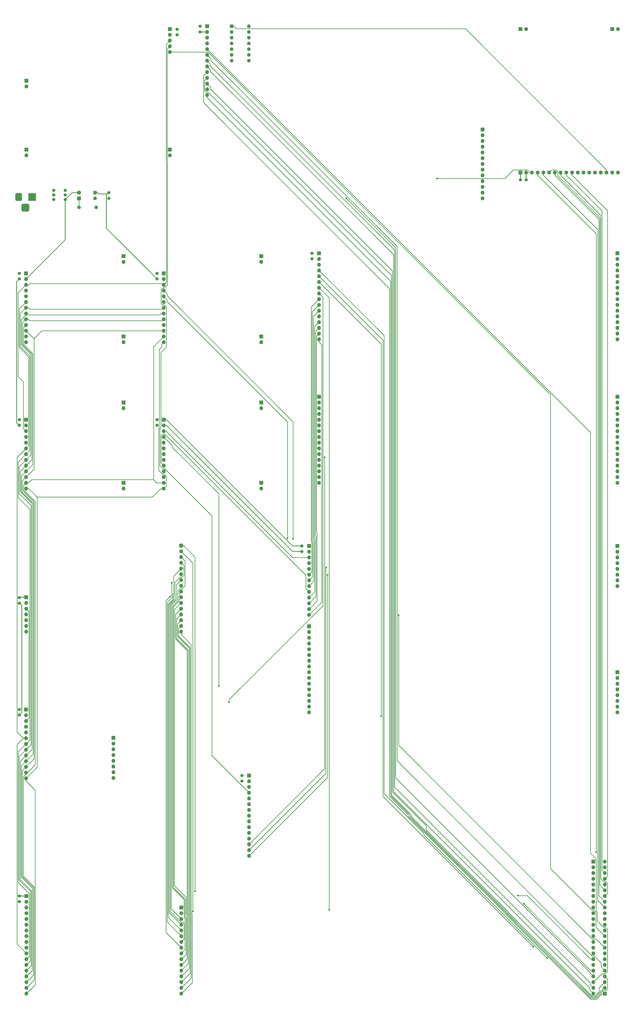
<source format=gtl>
G04 #@! TF.GenerationSoftware,KiCad,Pcbnew,5.0.2+dfsg1-1*
G04 #@! TF.CreationDate,2019-08-16T15:09:45+02:00*
G04 #@! TF.ProjectId,Main-Board,4d61696e-2d42-46f6-9172-642e6b696361,rev?*
G04 #@! TF.SameCoordinates,Original*
G04 #@! TF.FileFunction,Copper,L1,Top*
G04 #@! TF.FilePolarity,Positive*
%FSLAX46Y46*%
G04 Gerber Fmt 4.6, Leading zero omitted, Abs format (unit mm)*
G04 Created by KiCad (PCBNEW 5.0.2+dfsg1-1) date vr 16 aug 2019 15:09:45 CEST*
%MOMM*%
%LPD*%
G01*
G04 APERTURE LIST*
G04 #@! TA.AperFunction,ComponentPad*
%ADD10O,1.700000X1.700000*%
G04 #@! TD*
G04 #@! TA.AperFunction,ComponentPad*
%ADD11R,1.700000X1.700000*%
G04 #@! TD*
G04 #@! TA.AperFunction,ComponentPad*
%ADD12C,1.400000*%
G04 #@! TD*
G04 #@! TA.AperFunction,ComponentPad*
%ADD13R,1.600000X1.600000*%
G04 #@! TD*
G04 #@! TA.AperFunction,ComponentPad*
%ADD14C,1.600000*%
G04 #@! TD*
G04 #@! TA.AperFunction,ComponentPad*
%ADD15R,3.500000X3.500000*%
G04 #@! TD*
G04 #@! TA.AperFunction,Conductor*
%ADD16C,0.100000*%
G04 #@! TD*
G04 #@! TA.AperFunction,ComponentPad*
%ADD17C,3.000000*%
G04 #@! TD*
G04 #@! TA.AperFunction,ComponentPad*
%ADD18C,3.500000*%
G04 #@! TD*
G04 #@! TA.AperFunction,ComponentPad*
%ADD19R,1.800000X1.800000*%
G04 #@! TD*
G04 #@! TA.AperFunction,ComponentPad*
%ADD20C,1.800000*%
G04 #@! TD*
G04 #@! TA.AperFunction,ComponentPad*
%ADD21O,1.600000X1.600000*%
G04 #@! TD*
G04 #@! TA.AperFunction,ViaPad*
%ADD22C,0.800000*%
G04 #@! TD*
G04 #@! TA.AperFunction,Conductor*
%ADD23C,0.250000*%
G04 #@! TD*
G04 #@! TA.AperFunction,Conductor*
%ADD24C,0.350000*%
G04 #@! TD*
G04 APERTURE END LIST*
D10*
G04 #@! TO.P,J1,5*
G04 #@! TO.N,CLOCK_halt*
X134620000Y-98933000D03*
G04 #@! TO.P,J1,4*
G04 #@! TO.N,~CLOCK*
X134620000Y-96393000D03*
G04 #@! TO.P,J1,3*
G04 #@! TO.N,CLOCK*
X134620000Y-93853000D03*
G04 #@! TO.P,J1,2*
G04 #@! TO.N,+5V*
X134620000Y-91313000D03*
D11*
G04 #@! TO.P,J1,1*
G04 #@! TO.N,GND*
X134620000Y-88773000D03*
G04 #@! TD*
D10*
G04 #@! TO.P,J7,13*
G04 #@! TO.N,DATA_BUS7*
X131858000Y-227330000D03*
G04 #@! TO.P,J7,12*
G04 #@! TO.N,DATA_BUS6*
X131858000Y-224790000D03*
G04 #@! TO.P,J7,11*
G04 #@! TO.N,DATA_BUS5*
X131858000Y-222250000D03*
G04 #@! TO.P,J7,10*
G04 #@! TO.N,DATA_BUS4*
X131858000Y-219710000D03*
G04 #@! TO.P,J7,9*
G04 #@! TO.N,DATA_BUS3*
X131858000Y-217170000D03*
G04 #@! TO.P,J7,8*
G04 #@! TO.N,DATA_BUS2*
X131858000Y-214630000D03*
G04 #@! TO.P,J7,7*
G04 #@! TO.N,DATA_BUS1*
X131858000Y-212090000D03*
G04 #@! TO.P,J7,6*
G04 #@! TO.N,DATA_BUS0*
X131858000Y-209550000D03*
G04 #@! TO.P,J7,5*
G04 #@! TO.N,~B_out*
X131858000Y-207010000D03*
G04 #@! TO.P,J7,4*
G04 #@! TO.N,~B_load*
X131858000Y-204470000D03*
G04 #@! TO.P,J7,3*
G04 #@! TO.N,CLOCK*
X131858000Y-201930000D03*
G04 #@! TO.P,J7,2*
G04 #@! TO.N,+5V*
X131858000Y-199390000D03*
D11*
G04 #@! TO.P,J7,1*
G04 #@! TO.N,GND*
X131858000Y-196850000D03*
G04 #@! TD*
D10*
G04 #@! TO.P,J34,2*
G04 #@! TO.N,Net-(J34-Pad2)*
X114078000Y-256540000D03*
D11*
G04 #@! TO.P,J34,1*
G04 #@! TO.N,Net-(J34-Pad1)*
X114078000Y-254000000D03*
G04 #@! TD*
G04 #@! TO.P,J32,1*
G04 #@! TO.N,Net-(J32-Pad1)*
X114078000Y-189230000D03*
D10*
G04 #@! TO.P,J32,2*
G04 #@! TO.N,Net-(J32-Pad2)*
X114078000Y-191770000D03*
G04 #@! TD*
G04 #@! TO.P,J33,2*
G04 #@! TO.N,Net-(J33-Pad2)*
X114078000Y-227330000D03*
D11*
G04 #@! TO.P,J33,1*
G04 #@! TO.N,Net-(J33-Pad1)*
X114078000Y-224790000D03*
G04 #@! TD*
G04 #@! TO.P,J39,1*
G04 #@! TO.N,Net-(J39-Pad1)*
X175038000Y-289560000D03*
D10*
G04 #@! TO.P,J39,2*
G04 #@! TO.N,Net-(J39-Pad2)*
X175038000Y-292100000D03*
G04 #@! TD*
G04 #@! TO.P,J38,2*
G04 #@! TO.N,Net-(J38-Pad2)*
X175038000Y-256540000D03*
D11*
G04 #@! TO.P,J38,1*
G04 #@! TO.N,Net-(J38-Pad1)*
X175038000Y-254000000D03*
G04 #@! TD*
G04 #@! TO.P,J37,1*
G04 #@! TO.N,Net-(J37-Pad1)*
X175038000Y-224790000D03*
D10*
G04 #@! TO.P,J37,2*
G04 #@! TO.N,Net-(J37-Pad2)*
X175038000Y-227330000D03*
G04 #@! TD*
G04 #@! TO.P,J36,2*
G04 #@! TO.N,Net-(J36-Pad2)*
X175038000Y-191770000D03*
D11*
G04 #@! TO.P,J36,1*
G04 #@! TO.N,Net-(J36-Pad1)*
X175038000Y-189230000D03*
G04 #@! TD*
G04 #@! TO.P,J35,1*
G04 #@! TO.N,Net-(J35-Pad1)*
X114078000Y-289560000D03*
D10*
G04 #@! TO.P,J35,2*
G04 #@! TO.N,Net-(J35-Pad2)*
X114078000Y-292100000D03*
G04 #@! TD*
D11*
G04 #@! TO.P,J31,1*
G04 #@! TO.N,Net-(J31-Pad1)*
X332740000Y-187960000D03*
D10*
G04 #@! TO.P,J31,2*
G04 #@! TO.N,Net-(J31-Pad2)*
X332740000Y-190500000D03*
G04 #@! TO.P,J31,3*
G04 #@! TO.N,Net-(J31-Pad3)*
X332740000Y-193040000D03*
G04 #@! TO.P,J31,4*
G04 #@! TO.N,Net-(J31-Pad4)*
X332740000Y-195580000D03*
G04 #@! TO.P,J31,5*
G04 #@! TO.N,Net-(J31-Pad5)*
X332740000Y-198120000D03*
G04 #@! TO.P,J31,6*
G04 #@! TO.N,Net-(J31-Pad6)*
X332740000Y-200660000D03*
G04 #@! TO.P,J31,7*
G04 #@! TO.N,Net-(J31-Pad7)*
X332740000Y-203200000D03*
G04 #@! TO.P,J31,8*
G04 #@! TO.N,Net-(J31-Pad8)*
X332740000Y-205740000D03*
G04 #@! TO.P,J31,9*
G04 #@! TO.N,Net-(J31-Pad9)*
X332740000Y-208280000D03*
G04 #@! TO.P,J31,10*
G04 #@! TO.N,Net-(J31-Pad10)*
X332740000Y-210820000D03*
G04 #@! TO.P,J31,11*
G04 #@! TO.N,Net-(J31-Pad11)*
X332740000Y-213360000D03*
G04 #@! TO.P,J31,12*
G04 #@! TO.N,Net-(J31-Pad12)*
X332740000Y-215900000D03*
G04 #@! TO.P,J31,13*
G04 #@! TO.N,Net-(J31-Pad13)*
X332740000Y-218440000D03*
G04 #@! TO.P,J31,14*
G04 #@! TO.N,Net-(J31-Pad14)*
X332740000Y-220980000D03*
G04 #@! TO.P,J31,15*
G04 #@! TO.N,Net-(J31-Pad15)*
X332740000Y-223520000D03*
G04 #@! TO.P,J31,16*
G04 #@! TO.N,Net-(J31-Pad16)*
X332740000Y-226060000D03*
G04 #@! TD*
G04 #@! TO.P,J30,8*
G04 #@! TO.N,Net-(J30-Pad8)*
X332740000Y-335280000D03*
G04 #@! TO.P,J30,7*
G04 #@! TO.N,Net-(J30-Pad7)*
X332740000Y-332740000D03*
G04 #@! TO.P,J30,6*
G04 #@! TO.N,Net-(J30-Pad6)*
X332740000Y-330200000D03*
G04 #@! TO.P,J30,5*
G04 #@! TO.N,Net-(J30-Pad5)*
X332740000Y-327660000D03*
G04 #@! TO.P,J30,4*
G04 #@! TO.N,Net-(J30-Pad4)*
X332740000Y-325120000D03*
G04 #@! TO.P,J30,3*
G04 #@! TO.N,Net-(J30-Pad3)*
X332740000Y-322580000D03*
G04 #@! TO.P,J30,2*
G04 #@! TO.N,Net-(J30-Pad2)*
X332740000Y-320040000D03*
D11*
G04 #@! TO.P,J30,1*
G04 #@! TO.N,Net-(J30-Pad1)*
X332740000Y-317500000D03*
G04 #@! TD*
G04 #@! TO.P,J29,1*
G04 #@! TO.N,Net-(J29-Pad1)*
X332740000Y-373380000D03*
D10*
G04 #@! TO.P,J29,2*
G04 #@! TO.N,Net-(J29-Pad2)*
X332740000Y-375920000D03*
G04 #@! TO.P,J29,3*
G04 #@! TO.N,Net-(J29-Pad3)*
X332740000Y-378460000D03*
G04 #@! TO.P,J29,4*
G04 #@! TO.N,Net-(J29-Pad4)*
X332740000Y-381000000D03*
G04 #@! TO.P,J29,5*
G04 #@! TO.N,Net-(J29-Pad5)*
X332740000Y-383540000D03*
G04 #@! TO.P,J29,6*
G04 #@! TO.N,Net-(J29-Pad6)*
X332740000Y-386080000D03*
G04 #@! TO.P,J29,7*
G04 #@! TO.N,Net-(J29-Pad7)*
X332740000Y-388620000D03*
G04 #@! TO.P,J29,8*
G04 #@! TO.N,Net-(J29-Pad8)*
X332740000Y-391160000D03*
G04 #@! TD*
G04 #@! TO.P,J27,2*
G04 #@! TO.N,Net-(J27-Pad2)*
X332994000Y-88773000D03*
D11*
G04 #@! TO.P,J27,1*
G04 #@! TO.N,Net-(J27-Pad1)*
X330454000Y-88773000D03*
G04 #@! TD*
G04 #@! TO.P,J28,1*
G04 #@! TO.N,Net-(J28-Pad1)*
X289814000Y-88773000D03*
D10*
G04 #@! TO.P,J28,2*
G04 #@! TO.N,Net-(J28-Pad2)*
X292354000Y-88773000D03*
G04 #@! TD*
G04 #@! TO.P,J24,2*
G04 #@! TO.N,Net-(J24-Pad2)*
X71120000Y-114173000D03*
D11*
G04 #@! TO.P,J24,1*
G04 #@! TO.N,Net-(J24-Pad1)*
X71120000Y-111633000D03*
G04 #@! TD*
G04 #@! TO.P,J25,1*
G04 #@! TO.N,Net-(J25-Pad1)*
X71120000Y-142113000D03*
D10*
G04 #@! TO.P,J25,2*
G04 #@! TO.N,Net-(J25-Pad2)*
X71120000Y-144653000D03*
G04 #@! TD*
G04 #@! TO.P,J26,2*
G04 #@! TO.N,Net-(J26-Pad2)*
X134620000Y-144653000D03*
D11*
G04 #@! TO.P,J26,1*
G04 #@! TO.N,Net-(J26-Pad1)*
X134620000Y-142113000D03*
G04 #@! TD*
D12*
G04 #@! TO.P,SW1,*
G04 #@! TO.N,*
X83185000Y-160147000D03*
X83185000Y-162179000D03*
X83185000Y-164211000D03*
G04 #@! TO.P,SW1,3*
G04 #@! TO.N,+5V*
X88265000Y-164211000D03*
G04 #@! TO.P,SW1,1*
G04 #@! TO.N,Net-(SW1-Pad1)*
X88265000Y-160147000D03*
G04 #@! TO.P,SW1,2*
G04 #@! TO.N,Net-(J23-Pad1)*
X88265000Y-162179000D03*
G04 #@! TD*
D13*
G04 #@! TO.P,C11,1*
G04 #@! TO.N,+5V*
X101473000Y-161163000D03*
D14*
G04 #@! TO.P,C11,2*
G04 #@! TO.N,GND*
X101473000Y-163663000D03*
G04 #@! TD*
D12*
G04 #@! TO.P,C7,2*
G04 #@! TO.N,+5V*
X128905000Y-264120000D03*
G04 #@! TO.P,C7,1*
G04 #@! TO.N,GND*
X128905000Y-261620000D03*
G04 #@! TD*
G04 #@! TO.P,C2,1*
G04 #@! TO.N,GND*
X193040000Y-317500000D03*
G04 #@! TO.P,C2,2*
G04 #@! TO.N,+5V*
X193040000Y-320000000D03*
G04 #@! TD*
G04 #@! TO.P,C6,2*
G04 #@! TO.N,+5V*
X128905000Y-199350000D03*
G04 #@! TO.P,C6,1*
G04 #@! TO.N,GND*
X128905000Y-196850000D03*
G04 #@! TD*
G04 #@! TO.P,C5,1*
G04 #@! TO.N,GND*
X289814000Y-155448000D03*
G04 #@! TO.P,C5,2*
G04 #@! TO.N,+5V*
X292314000Y-155448000D03*
G04 #@! TD*
G04 #@! TO.P,C3,2*
G04 #@! TO.N,+5V*
X67945000Y-199350000D03*
G04 #@! TO.P,C3,1*
G04 #@! TO.N,GND*
X67945000Y-196850000D03*
G04 #@! TD*
G04 #@! TO.P,C14,1*
G04 #@! TO.N,GND*
X67945000Y-340360000D03*
G04 #@! TO.P,C14,2*
G04 #@! TO.N,+5V*
X67945000Y-342860000D03*
G04 #@! TD*
G04 #@! TO.P,C8,2*
G04 #@! TO.N,+5V*
X147955000Y-90003000D03*
G04 #@! TO.P,C8,1*
G04 #@! TO.N,GND*
X147955000Y-87503000D03*
G04 #@! TD*
G04 #@! TO.P,C9,1*
G04 #@! TO.N,GND*
X67945000Y-472440000D03*
G04 #@! TO.P,C9,2*
G04 #@! TO.N,+5V*
X67945000Y-474940000D03*
G04 #@! TD*
G04 #@! TO.P,C10,2*
G04 #@! TO.N,+5V*
X67945000Y-392390000D03*
G04 #@! TO.P,C10,1*
G04 #@! TO.N,GND*
X67945000Y-389890000D03*
G04 #@! TD*
G04 #@! TO.P,C1,1*
G04 #@! TO.N,GND*
X137795000Y-88813000D03*
G04 #@! TO.P,C1,2*
G04 #@! TO.N,+5V*
X137795000Y-91313000D03*
G04 #@! TD*
G04 #@! TO.P,C12,2*
G04 #@! TO.N,+5V*
X197485000Y-190460000D03*
G04 #@! TO.P,C12,1*
G04 #@! TO.N,GND*
X197485000Y-187960000D03*
G04 #@! TD*
G04 #@! TO.P,C13,1*
G04 #@! TO.N,+5V*
X107569000Y-161163000D03*
G04 #@! TO.P,C13,2*
G04 #@! TO.N,GND*
X107569000Y-163663000D03*
G04 #@! TD*
G04 #@! TO.P,C15,2*
G04 #@! TO.N,+5V*
X166497000Y-421600000D03*
G04 #@! TO.P,C15,1*
G04 #@! TO.N,GND*
X166497000Y-419100000D03*
G04 #@! TD*
G04 #@! TO.P,C4,1*
G04 #@! TO.N,GND*
X67945000Y-261620000D03*
G04 #@! TO.P,C4,2*
G04 #@! TO.N,+5V*
X67945000Y-264120000D03*
G04 #@! TD*
D15*
G04 #@! TO.P,J23,1*
G04 #@! TO.N,Net-(J23-Pad1)*
X73660000Y-163068000D03*
D16*
G04 #@! TD*
G04 #@! TO.N,GND*
G04 #@! TO.C,J23*
G36*
X68483513Y-161321611D02*
X68556318Y-161332411D01*
X68627714Y-161350295D01*
X68697013Y-161375090D01*
X68763548Y-161406559D01*
X68826678Y-161444398D01*
X68885795Y-161488242D01*
X68940330Y-161537670D01*
X68989758Y-161592205D01*
X69033602Y-161651322D01*
X69071441Y-161714452D01*
X69102910Y-161780987D01*
X69127705Y-161850286D01*
X69145589Y-161921682D01*
X69156389Y-161994487D01*
X69160000Y-162068000D01*
X69160000Y-164068000D01*
X69156389Y-164141513D01*
X69145589Y-164214318D01*
X69127705Y-164285714D01*
X69102910Y-164355013D01*
X69071441Y-164421548D01*
X69033602Y-164484678D01*
X68989758Y-164543795D01*
X68940330Y-164598330D01*
X68885795Y-164647758D01*
X68826678Y-164691602D01*
X68763548Y-164729441D01*
X68697013Y-164760910D01*
X68627714Y-164785705D01*
X68556318Y-164803589D01*
X68483513Y-164814389D01*
X68410000Y-164818000D01*
X66910000Y-164818000D01*
X66836487Y-164814389D01*
X66763682Y-164803589D01*
X66692286Y-164785705D01*
X66622987Y-164760910D01*
X66556452Y-164729441D01*
X66493322Y-164691602D01*
X66434205Y-164647758D01*
X66379670Y-164598330D01*
X66330242Y-164543795D01*
X66286398Y-164484678D01*
X66248559Y-164421548D01*
X66217090Y-164355013D01*
X66192295Y-164285714D01*
X66174411Y-164214318D01*
X66163611Y-164141513D01*
X66160000Y-164068000D01*
X66160000Y-162068000D01*
X66163611Y-161994487D01*
X66174411Y-161921682D01*
X66192295Y-161850286D01*
X66217090Y-161780987D01*
X66248559Y-161714452D01*
X66286398Y-161651322D01*
X66330242Y-161592205D01*
X66379670Y-161537670D01*
X66434205Y-161488242D01*
X66493322Y-161444398D01*
X66556452Y-161406559D01*
X66622987Y-161375090D01*
X66692286Y-161350295D01*
X66763682Y-161332411D01*
X66836487Y-161321611D01*
X66910000Y-161318000D01*
X68410000Y-161318000D01*
X68483513Y-161321611D01*
X68483513Y-161321611D01*
G37*
D17*
G04 #@! TO.P,J23,2*
G04 #@! TO.N,GND*
X67660000Y-163068000D03*
D16*
G04 #@! TD*
G04 #@! TO.N,N/C*
G04 #@! TO.C,J23*
G36*
X71620765Y-166022213D02*
X71705704Y-166034813D01*
X71788999Y-166055677D01*
X71869848Y-166084605D01*
X71947472Y-166121319D01*
X72021124Y-166165464D01*
X72090094Y-166216616D01*
X72153718Y-166274282D01*
X72211384Y-166337906D01*
X72262536Y-166406876D01*
X72306681Y-166480528D01*
X72343395Y-166558152D01*
X72372323Y-166639001D01*
X72393187Y-166722296D01*
X72405787Y-166807235D01*
X72410000Y-166893000D01*
X72410000Y-168643000D01*
X72405787Y-168728765D01*
X72393187Y-168813704D01*
X72372323Y-168896999D01*
X72343395Y-168977848D01*
X72306681Y-169055472D01*
X72262536Y-169129124D01*
X72211384Y-169198094D01*
X72153718Y-169261718D01*
X72090094Y-169319384D01*
X72021124Y-169370536D01*
X71947472Y-169414681D01*
X71869848Y-169451395D01*
X71788999Y-169480323D01*
X71705704Y-169501187D01*
X71620765Y-169513787D01*
X71535000Y-169518000D01*
X69785000Y-169518000D01*
X69699235Y-169513787D01*
X69614296Y-169501187D01*
X69531001Y-169480323D01*
X69450152Y-169451395D01*
X69372528Y-169414681D01*
X69298876Y-169370536D01*
X69229906Y-169319384D01*
X69166282Y-169261718D01*
X69108616Y-169198094D01*
X69057464Y-169129124D01*
X69013319Y-169055472D01*
X68976605Y-168977848D01*
X68947677Y-168896999D01*
X68926813Y-168813704D01*
X68914213Y-168728765D01*
X68910000Y-168643000D01*
X68910000Y-166893000D01*
X68914213Y-166807235D01*
X68926813Y-166722296D01*
X68947677Y-166639001D01*
X68976605Y-166558152D01*
X69013319Y-166480528D01*
X69057464Y-166406876D01*
X69108616Y-166337906D01*
X69166282Y-166274282D01*
X69229906Y-166216616D01*
X69298876Y-166165464D01*
X69372528Y-166121319D01*
X69450152Y-166084605D01*
X69531001Y-166055677D01*
X69614296Y-166034813D01*
X69699235Y-166022213D01*
X69785000Y-166018000D01*
X71535000Y-166018000D01*
X71620765Y-166022213D01*
X71620765Y-166022213D01*
G37*
D18*
G04 #@! TO.P,J23,3*
G04 #@! TO.N,N/C*
X70660000Y-167768000D03*
G04 #@! TD*
D11*
G04 #@! TO.P,J16,1*
G04 #@! TO.N,GND*
X70993000Y-340233000D03*
D10*
G04 #@! TO.P,J16,2*
G04 #@! TO.N,+5V*
X70993000Y-342773000D03*
G04 #@! TO.P,J16,3*
G04 #@! TO.N,CLOCK*
X70993000Y-345313000D03*
G04 #@! TO.P,J16,4*
G04 #@! TO.N,STK_inc*
X70993000Y-347853000D03*
G04 #@! TO.P,J16,5*
G04 #@! TO.N,STK_dec*
X70993000Y-350393000D03*
G04 #@! TO.P,J16,6*
G04 #@! TO.N,~STK_reset*
X70993000Y-352933000D03*
G04 #@! TO.P,J16,7*
G04 #@! TO.N,~STK_MAR_out*
X70993000Y-355473000D03*
G04 #@! TD*
D11*
G04 #@! TO.P,J15,1*
G04 #@! TO.N,INSTRUCTION0*
X109633000Y-402463000D03*
D10*
G04 #@! TO.P,J15,2*
G04 #@! TO.N,INSTRUCTION1*
X109633000Y-405003000D03*
G04 #@! TO.P,J15,3*
G04 #@! TO.N,INSTRUCTION2*
X109633000Y-407543000D03*
G04 #@! TO.P,J15,4*
G04 #@! TO.N,INSTRUCTION3*
X109633000Y-410083000D03*
G04 #@! TO.P,J15,5*
G04 #@! TO.N,INSTRUCTION4*
X109633000Y-412623000D03*
G04 #@! TO.P,J15,6*
G04 #@! TO.N,INSTRUCTION5*
X109633000Y-415163000D03*
G04 #@! TO.P,J15,7*
G04 #@! TO.N,INSTRUCTION6*
X109633000Y-417703000D03*
G04 #@! TO.P,J15,8*
G04 #@! TO.N,INSTRUCTION7*
X109633000Y-420243000D03*
G04 #@! TD*
D11*
G04 #@! TO.P,J2,1*
G04 #@! TO.N,GND*
X196215000Y-317500000D03*
D10*
G04 #@! TO.P,J2,2*
G04 #@! TO.N,+5V*
X196215000Y-320040000D03*
G04 #@! TO.P,J2,3*
G04 #@! TO.N,CLOCK*
X196215000Y-322580000D03*
G04 #@! TO.P,J2,4*
G04 #@! TO.N,~MEM_RAM_load*
X196215000Y-325120000D03*
G04 #@! TO.P,J2,5*
G04 #@! TO.N,~MEM_out*
X196215000Y-327660000D03*
G04 #@! TO.P,J2,6*
G04 #@! TO.N,DATA_BUS0*
X196215000Y-330200000D03*
G04 #@! TO.P,J2,7*
G04 #@! TO.N,DATA_BUS1*
X196215000Y-332740000D03*
G04 #@! TO.P,J2,8*
G04 #@! TO.N,DATA_BUS2*
X196215000Y-335280000D03*
G04 #@! TO.P,J2,9*
G04 #@! TO.N,DATA_BUS3*
X196215000Y-337820000D03*
G04 #@! TO.P,J2,10*
G04 #@! TO.N,DATA_BUS4*
X196215000Y-340360000D03*
G04 #@! TO.P,J2,11*
G04 #@! TO.N,DATA_BUS5*
X196215000Y-342900000D03*
G04 #@! TO.P,J2,12*
G04 #@! TO.N,DATA_BUS6*
X196215000Y-345440000D03*
G04 #@! TO.P,J2,13*
G04 #@! TO.N,DATA_BUS7*
X196215000Y-347980000D03*
G04 #@! TD*
G04 #@! TO.P,J3,13*
G04 #@! TO.N,DATA_BUS7*
X70898300Y-227330000D03*
G04 #@! TO.P,J3,12*
G04 #@! TO.N,DATA_BUS6*
X70898300Y-224790000D03*
G04 #@! TO.P,J3,11*
G04 #@! TO.N,DATA_BUS5*
X70898300Y-222250000D03*
G04 #@! TO.P,J3,10*
G04 #@! TO.N,DATA_BUS4*
X70898300Y-219710000D03*
G04 #@! TO.P,J3,9*
G04 #@! TO.N,DATA_BUS3*
X70898300Y-217170000D03*
G04 #@! TO.P,J3,8*
G04 #@! TO.N,DATA_BUS2*
X70898300Y-214630000D03*
G04 #@! TO.P,J3,7*
G04 #@! TO.N,DATA_BUS1*
X70898300Y-212090000D03*
G04 #@! TO.P,J3,6*
G04 #@! TO.N,DATA_BUS0*
X70898300Y-209550000D03*
G04 #@! TO.P,J3,5*
G04 #@! TO.N,~A_out*
X70898300Y-207010000D03*
G04 #@! TO.P,J3,4*
G04 #@! TO.N,~A_load*
X70898300Y-204470000D03*
G04 #@! TO.P,J3,3*
G04 #@! TO.N,CLOCK*
X70898300Y-201930000D03*
G04 #@! TO.P,J3,2*
G04 #@! TO.N,+5V*
X70898300Y-199390000D03*
D11*
G04 #@! TO.P,J3,1*
G04 #@! TO.N,GND*
X70898300Y-196850000D03*
G04 #@! TD*
G04 #@! TO.P,J4,1*
G04 #@! TO.N,GND*
X70898300Y-261620000D03*
D10*
G04 #@! TO.P,J4,2*
G04 #@! TO.N,+5V*
X70898300Y-264160000D03*
G04 #@! TO.P,J4,3*
G04 #@! TO.N,CLOCK*
X70898300Y-266700000D03*
G04 #@! TO.P,J4,4*
G04 #@! TO.N,~C_load*
X70898300Y-269240000D03*
G04 #@! TO.P,J4,5*
G04 #@! TO.N,~C_out*
X70898300Y-271780000D03*
G04 #@! TO.P,J4,6*
G04 #@! TO.N,DATA_BUS0*
X70898300Y-274320000D03*
G04 #@! TO.P,J4,7*
G04 #@! TO.N,DATA_BUS1*
X70898300Y-276860000D03*
G04 #@! TO.P,J4,8*
G04 #@! TO.N,DATA_BUS2*
X70898300Y-279400000D03*
G04 #@! TO.P,J4,9*
G04 #@! TO.N,DATA_BUS3*
X70898300Y-281940000D03*
G04 #@! TO.P,J4,10*
G04 #@! TO.N,DATA_BUS4*
X70898300Y-284480000D03*
G04 #@! TO.P,J4,11*
G04 #@! TO.N,DATA_BUS5*
X70898300Y-287020000D03*
G04 #@! TO.P,J4,12*
G04 #@! TO.N,DATA_BUS6*
X70898300Y-289560000D03*
G04 #@! TO.P,J4,13*
G04 #@! TO.N,DATA_BUS7*
X70898300Y-292100000D03*
G04 #@! TD*
G04 #@! TO.P,J8,13*
G04 #@! TO.N,DATA_BUS7*
X131858000Y-292100000D03*
G04 #@! TO.P,J8,12*
G04 #@! TO.N,DATA_BUS6*
X131858000Y-289560000D03*
G04 #@! TO.P,J8,11*
G04 #@! TO.N,DATA_BUS5*
X131858000Y-287020000D03*
G04 #@! TO.P,J8,10*
G04 #@! TO.N,DATA_BUS4*
X131858000Y-284480000D03*
G04 #@! TO.P,J8,9*
G04 #@! TO.N,DATA_BUS3*
X131858000Y-281940000D03*
G04 #@! TO.P,J8,8*
G04 #@! TO.N,DATA_BUS2*
X131858000Y-279400000D03*
G04 #@! TO.P,J8,7*
G04 #@! TO.N,DATA_BUS1*
X131858000Y-276860000D03*
G04 #@! TO.P,J8,6*
G04 #@! TO.N,DATA_BUS0*
X131858000Y-274320000D03*
G04 #@! TO.P,J8,5*
G04 #@! TO.N,~D_out*
X131858000Y-271780000D03*
G04 #@! TO.P,J8,4*
G04 #@! TO.N,~D_load*
X131858000Y-269240000D03*
G04 #@! TO.P,J8,3*
G04 #@! TO.N,CLOCK*
X131858000Y-266700000D03*
G04 #@! TO.P,J8,2*
G04 #@! TO.N,+5V*
X131858000Y-264160000D03*
D11*
G04 #@! TO.P,J8,1*
G04 #@! TO.N,GND*
X131858000Y-261620000D03*
G04 #@! TD*
D10*
G04 #@! TO.P,J10,13*
G04 #@! TO.N,ALU_shr*
X151130000Y-117983000D03*
G04 #@! TO.P,J10,12*
G04 #@! TO.N,ALU_Cn*
X151130000Y-115443000D03*
G04 #@! TO.P,J10,11*
G04 #@! TO.N,ALU_m*
X151130000Y-112903000D03*
G04 #@! TO.P,J10,10*
G04 #@! TO.N,ALU_s3*
X151130000Y-110363000D03*
G04 #@! TO.P,J10,9*
G04 #@! TO.N,ALU_s2*
X151130000Y-107823000D03*
G04 #@! TO.P,J10,8*
G04 #@! TO.N,ALU_s1*
X151130000Y-105283000D03*
G04 #@! TO.P,J10,7*
G04 #@! TO.N,ALU_s0*
X151130000Y-102743000D03*
G04 #@! TO.P,J10,6*
G04 #@! TO.N,~ALU_out*
X151130000Y-100203000D03*
G04 #@! TO.P,J10,5*
G04 #@! TO.N,~ALU_AY_load*
X151130000Y-97663000D03*
G04 #@! TO.P,J10,4*
G04 #@! TO.N,~ALU_AX_load*
X151130000Y-95123000D03*
G04 #@! TO.P,J10,3*
G04 #@! TO.N,CLOCK*
X151130000Y-92583000D03*
G04 #@! TO.P,J10,2*
G04 #@! TO.N,+5V*
X151130000Y-90043000D03*
D11*
G04 #@! TO.P,J10,1*
G04 #@! TO.N,GND*
X151130000Y-87503000D03*
G04 #@! TD*
G04 #@! TO.P,J11,1*
G04 #@! TO.N,DATA_BUS0*
X273050000Y-133223000D03*
D10*
G04 #@! TO.P,J11,2*
G04 #@! TO.N,DATA_BUS1*
X273050000Y-135763000D03*
G04 #@! TO.P,J11,3*
G04 #@! TO.N,DATA_BUS2*
X273050000Y-138303000D03*
G04 #@! TO.P,J11,4*
G04 #@! TO.N,DATA_BUS3*
X273050000Y-140843000D03*
G04 #@! TO.P,J11,5*
G04 #@! TO.N,DATA_BUS4*
X273050000Y-143383000D03*
G04 #@! TO.P,J11,6*
G04 #@! TO.N,DATA_BUS5*
X273050000Y-145923000D03*
G04 #@! TO.P,J11,7*
G04 #@! TO.N,DATA_BUS6*
X273050000Y-148463000D03*
G04 #@! TO.P,J11,8*
G04 #@! TO.N,DATA_BUS7*
X273050000Y-151003000D03*
G04 #@! TO.P,J11,9*
G04 #@! TO.N,Fc_in*
X273050000Y-153543000D03*
G04 #@! TO.P,J11,10*
G04 #@! TO.N,Fz_in*
X273050000Y-156083000D03*
G04 #@! TO.P,J11,11*
G04 #@! TO.N,Flt_in*
X273050000Y-158623000D03*
G04 #@! TO.P,J11,12*
G04 #@! TO.N,Feq_in*
X273050000Y-161163000D03*
G04 #@! TO.P,J11,13*
G04 #@! TO.N,Fgt_in*
X273050000Y-163703000D03*
G04 #@! TD*
D11*
G04 #@! TO.P,J12,1*
G04 #@! TO.N,GND*
X70898300Y-389890000D03*
D10*
G04 #@! TO.P,J12,2*
G04 #@! TO.N,+5V*
X70898300Y-392430000D03*
G04 #@! TO.P,J12,3*
G04 #@! TO.N,CLOCK*
X70898300Y-394970000D03*
G04 #@! TO.P,J12,4*
G04 #@! TO.N,~IR_load*
X70898300Y-397510000D03*
G04 #@! TO.P,J12,5*
G04 #@! TO.N,Net-(J12-Pad5)*
X70898300Y-400050000D03*
G04 #@! TO.P,J12,6*
G04 #@! TO.N,DATA_BUS0*
X70898300Y-402590000D03*
G04 #@! TO.P,J12,7*
G04 #@! TO.N,DATA_BUS1*
X70898300Y-405130000D03*
G04 #@! TO.P,J12,8*
G04 #@! TO.N,DATA_BUS2*
X70898300Y-407670000D03*
G04 #@! TO.P,J12,9*
G04 #@! TO.N,DATA_BUS3*
X70898300Y-410210000D03*
G04 #@! TO.P,J12,10*
G04 #@! TO.N,DATA_BUS4*
X70898300Y-412750000D03*
G04 #@! TO.P,J12,11*
G04 #@! TO.N,DATA_BUS5*
X70898300Y-415290000D03*
G04 #@! TO.P,J12,12*
G04 #@! TO.N,DATA_BUS6*
X70898300Y-417830000D03*
G04 #@! TO.P,J12,13*
G04 #@! TO.N,DATA_BUS7*
X70898300Y-420370000D03*
G04 #@! TD*
D11*
G04 #@! TO.P,J20,1*
G04 #@! TO.N,GND*
X169672000Y-419100000D03*
D10*
G04 #@! TO.P,J20,2*
G04 #@! TO.N,+5V*
X169672000Y-421640000D03*
G04 #@! TO.P,J20,3*
G04 #@! TO.N,CLOCK*
X169672000Y-424180000D03*
G04 #@! TO.P,J20,4*
G04 #@! TO.N,~CLOCK*
X169672000Y-426720000D03*
G04 #@! TO.P,J20,5*
G04 #@! TO.N,INSTRUCTION0*
X169672000Y-429260000D03*
G04 #@! TO.P,J20,6*
G04 #@! TO.N,INSTRUCTION1*
X169672000Y-431800000D03*
G04 #@! TO.P,J20,7*
G04 #@! TO.N,INSTRUCTION2*
X169672000Y-434340000D03*
G04 #@! TO.P,J20,8*
G04 #@! TO.N,INSTRUCTION3*
X169672000Y-436880000D03*
G04 #@! TO.P,J20,9*
G04 #@! TO.N,INSTRUCTION4*
X169672000Y-439420000D03*
G04 #@! TO.P,J20,10*
G04 #@! TO.N,INSTRUCTION5*
X169672000Y-441960000D03*
G04 #@! TO.P,J20,11*
G04 #@! TO.N,INSTRUCTION6*
X169672000Y-444500000D03*
G04 #@! TO.P,J20,12*
G04 #@! TO.N,INSTRUCTION7*
X169672000Y-447040000D03*
G04 #@! TO.P,J20,13*
G04 #@! TO.N,Fc_out*
X169672000Y-449580000D03*
G04 #@! TO.P,J20,14*
G04 #@! TO.N,Fz_out*
X169672000Y-452120000D03*
G04 #@! TO.P,J20,15*
G04 #@! TO.N,Fcmp_out*
X169672000Y-454660000D03*
G04 #@! TD*
G04 #@! TO.P,J6,16*
G04 #@! TO.N,MAR15*
X196215000Y-391160000D03*
G04 #@! TO.P,J6,15*
G04 #@! TO.N,MAR14*
X196215000Y-388620000D03*
G04 #@! TO.P,J6,14*
G04 #@! TO.N,MAR13*
X196215000Y-386080000D03*
G04 #@! TO.P,J6,13*
G04 #@! TO.N,MAR12*
X196215000Y-383540000D03*
G04 #@! TO.P,J6,12*
G04 #@! TO.N,MAR11*
X196215000Y-381000000D03*
G04 #@! TO.P,J6,11*
G04 #@! TO.N,MAR10*
X196215000Y-378460000D03*
G04 #@! TO.P,J6,10*
G04 #@! TO.N,MAR9*
X196215000Y-375920000D03*
G04 #@! TO.P,J6,9*
G04 #@! TO.N,MAR8*
X196215000Y-373380000D03*
G04 #@! TO.P,J6,8*
G04 #@! TO.N,MAR7*
X196215000Y-370840000D03*
G04 #@! TO.P,J6,7*
G04 #@! TO.N,MAR6*
X196215000Y-368300000D03*
G04 #@! TO.P,J6,6*
G04 #@! TO.N,MAR5*
X196215000Y-365760000D03*
G04 #@! TO.P,J6,5*
G04 #@! TO.N,MAR4*
X196215000Y-363220000D03*
G04 #@! TO.P,J6,4*
G04 #@! TO.N,MAR3*
X196215000Y-360680000D03*
G04 #@! TO.P,J6,3*
G04 #@! TO.N,MAR2*
X196215000Y-358140000D03*
G04 #@! TO.P,J6,2*
G04 #@! TO.N,MAR1*
X196215000Y-355600000D03*
D11*
G04 #@! TO.P,J6,1*
G04 #@! TO.N,MAR0*
X196215000Y-353060000D03*
G04 #@! TD*
G04 #@! TO.P,J19,1*
G04 #@! TO.N,MAR0*
X332740000Y-251460000D03*
D10*
G04 #@! TO.P,J19,2*
G04 #@! TO.N,MAR1*
X332740000Y-254000000D03*
G04 #@! TO.P,J19,3*
G04 #@! TO.N,MAR2*
X332740000Y-256540000D03*
G04 #@! TO.P,J19,4*
G04 #@! TO.N,MAR3*
X332740000Y-259080000D03*
G04 #@! TO.P,J19,5*
G04 #@! TO.N,MAR4*
X332740000Y-261620000D03*
G04 #@! TO.P,J19,6*
G04 #@! TO.N,MAR5*
X332740000Y-264160000D03*
G04 #@! TO.P,J19,7*
G04 #@! TO.N,MAR6*
X332740000Y-266700000D03*
G04 #@! TO.P,J19,8*
G04 #@! TO.N,MAR7*
X332740000Y-269240000D03*
G04 #@! TO.P,J19,9*
G04 #@! TO.N,MAR8*
X332740000Y-271780000D03*
G04 #@! TO.P,J19,10*
G04 #@! TO.N,MAR9*
X332740000Y-274320000D03*
G04 #@! TO.P,J19,11*
G04 #@! TO.N,MAR10*
X332740000Y-276860000D03*
G04 #@! TO.P,J19,12*
G04 #@! TO.N,MAR11*
X332740000Y-279400000D03*
G04 #@! TO.P,J19,13*
G04 #@! TO.N,MAR12*
X332740000Y-281940000D03*
G04 #@! TO.P,J19,14*
G04 #@! TO.N,MAR13*
X332740000Y-284480000D03*
G04 #@! TO.P,J19,15*
G04 #@! TO.N,MAR14*
X332740000Y-287020000D03*
G04 #@! TO.P,J19,16*
G04 #@! TO.N,MAR15*
X332740000Y-289560000D03*
G04 #@! TD*
G04 #@! TO.P,J17,16*
G04 #@! TO.N,A15*
X200660000Y-289560000D03*
G04 #@! TO.P,J17,15*
G04 #@! TO.N,A14*
X200660000Y-287020000D03*
G04 #@! TO.P,J17,14*
G04 #@! TO.N,A13*
X200660000Y-284480000D03*
G04 #@! TO.P,J17,13*
G04 #@! TO.N,A12*
X200660000Y-281940000D03*
G04 #@! TO.P,J17,12*
G04 #@! TO.N,A11*
X200660000Y-279400000D03*
G04 #@! TO.P,J17,11*
G04 #@! TO.N,A10*
X200660000Y-276860000D03*
G04 #@! TO.P,J17,10*
G04 #@! TO.N,A9*
X200660000Y-274320000D03*
G04 #@! TO.P,J17,9*
G04 #@! TO.N,A8*
X200660000Y-271780000D03*
G04 #@! TO.P,J17,8*
G04 #@! TO.N,A7*
X200660000Y-269240000D03*
G04 #@! TO.P,J17,7*
G04 #@! TO.N,A6*
X200660000Y-266700000D03*
G04 #@! TO.P,J17,6*
G04 #@! TO.N,A5*
X200660000Y-264160000D03*
G04 #@! TO.P,J17,5*
G04 #@! TO.N,A4*
X200660000Y-261620000D03*
G04 #@! TO.P,J17,4*
G04 #@! TO.N,A3*
X200660000Y-259080000D03*
G04 #@! TO.P,J17,3*
G04 #@! TO.N,A2*
X200660000Y-256540000D03*
G04 #@! TO.P,J17,2*
G04 #@! TO.N,A1*
X200660000Y-254000000D03*
D11*
G04 #@! TO.P,J17,1*
G04 #@! TO.N,A0*
X200660000Y-251460000D03*
G04 #@! TD*
G04 #@! TO.P,J14,1*
G04 #@! TO.N,A0*
X139700000Y-477520000D03*
D10*
G04 #@! TO.P,J14,2*
G04 #@! TO.N,A1*
X139700000Y-480060000D03*
G04 #@! TO.P,J14,3*
G04 #@! TO.N,A2*
X139700000Y-482600000D03*
G04 #@! TO.P,J14,4*
G04 #@! TO.N,A3*
X139700000Y-485140000D03*
G04 #@! TO.P,J14,5*
G04 #@! TO.N,A4*
X139700000Y-487680000D03*
G04 #@! TO.P,J14,6*
G04 #@! TO.N,A5*
X139700000Y-490220000D03*
G04 #@! TO.P,J14,7*
G04 #@! TO.N,A6*
X139700000Y-492760000D03*
G04 #@! TO.P,J14,8*
G04 #@! TO.N,A7*
X139700000Y-495300000D03*
G04 #@! TO.P,J14,9*
G04 #@! TO.N,A8*
X139700000Y-497840000D03*
G04 #@! TO.P,J14,10*
G04 #@! TO.N,A9*
X139700000Y-500380000D03*
G04 #@! TO.P,J14,11*
G04 #@! TO.N,A10*
X139700000Y-502920000D03*
G04 #@! TO.P,J14,12*
G04 #@! TO.N,A11*
X139700000Y-505460000D03*
G04 #@! TO.P,J14,13*
G04 #@! TO.N,A12*
X139700000Y-508000000D03*
G04 #@! TO.P,J14,14*
G04 #@! TO.N,A13*
X139700000Y-510540000D03*
G04 #@! TO.P,J14,15*
G04 #@! TO.N,A14*
X139700000Y-513080000D03*
G04 #@! TO.P,J14,16*
G04 #@! TO.N,A15*
X139700000Y-515620000D03*
G04 #@! TD*
G04 #@! TO.P,J13,16*
G04 #@! TO.N,DATA_BUS7*
X200660000Y-226060000D03*
G04 #@! TO.P,J13,15*
G04 #@! TO.N,DATA_BUS6*
X200660000Y-223520000D03*
G04 #@! TO.P,J13,14*
G04 #@! TO.N,DATA_BUS5*
X200660000Y-220980000D03*
G04 #@! TO.P,J13,13*
G04 #@! TO.N,DATA_BUS4*
X200660000Y-218440000D03*
G04 #@! TO.P,J13,12*
G04 #@! TO.N,DATA_BUS3*
X200660000Y-215900000D03*
G04 #@! TO.P,J13,11*
G04 #@! TO.N,DATA_BUS2*
X200660000Y-213360000D03*
G04 #@! TO.P,J13,10*
G04 #@! TO.N,DATA_BUS1*
X200660000Y-210820000D03*
G04 #@! TO.P,J13,9*
G04 #@! TO.N,DATA_BUS0*
X200660000Y-208280000D03*
G04 #@! TO.P,J13,8*
G04 #@! TO.N,~STK_MAR_out*
X200660000Y-205740000D03*
G04 #@! TO.P,J13,7*
G04 #@! TO.N,~PC_MAR_out*
X200660000Y-203200000D03*
G04 #@! TO.P,J13,6*
G04 #@! TO.N,~MAR_ZP*
X200660000Y-200660000D03*
G04 #@! TO.P,J13,5*
G04 #@! TO.N,~MAR_HB_load*
X200660000Y-198120000D03*
G04 #@! TO.P,J13,4*
G04 #@! TO.N,~MAR_LB_load*
X200660000Y-195580000D03*
G04 #@! TO.P,J13,3*
G04 #@! TO.N,CLOCK*
X200660000Y-193040000D03*
G04 #@! TO.P,J13,2*
G04 #@! TO.N,+5V*
X200660000Y-190500000D03*
D11*
G04 #@! TO.P,J13,1*
G04 #@! TO.N,GND*
X200660000Y-187960000D03*
G04 #@! TD*
G04 #@! TO.P,J18,1*
G04 #@! TO.N,A0*
X139573000Y-317373000D03*
D10*
G04 #@! TO.P,J18,2*
G04 #@! TO.N,A1*
X139573000Y-319913000D03*
G04 #@! TO.P,J18,3*
G04 #@! TO.N,A2*
X139573000Y-322453000D03*
G04 #@! TO.P,J18,4*
G04 #@! TO.N,A3*
X139573000Y-324993000D03*
G04 #@! TO.P,J18,5*
G04 #@! TO.N,A4*
X139573000Y-327533000D03*
G04 #@! TO.P,J18,6*
G04 #@! TO.N,A5*
X139573000Y-330073000D03*
G04 #@! TO.P,J18,7*
G04 #@! TO.N,A6*
X139573000Y-332613000D03*
G04 #@! TO.P,J18,8*
G04 #@! TO.N,A7*
X139573000Y-335153000D03*
G04 #@! TO.P,J18,9*
G04 #@! TO.N,A8*
X139573000Y-337693000D03*
G04 #@! TO.P,J18,10*
G04 #@! TO.N,A9*
X139573000Y-340233000D03*
G04 #@! TO.P,J18,11*
G04 #@! TO.N,A10*
X139573000Y-342773000D03*
G04 #@! TO.P,J18,12*
G04 #@! TO.N,A11*
X139573000Y-345313000D03*
G04 #@! TO.P,J18,13*
G04 #@! TO.N,A12*
X139573000Y-347853000D03*
G04 #@! TO.P,J18,14*
G04 #@! TO.N,A13*
X139573000Y-350393000D03*
G04 #@! TO.P,J18,15*
G04 #@! TO.N,A14*
X139573000Y-352933000D03*
G04 #@! TO.P,J18,16*
G04 #@! TO.N,A15*
X139573000Y-355473000D03*
G04 #@! TD*
G04 #@! TO.P,J5,18*
G04 #@! TO.N,Fcmp_out*
X332994000Y-152273000D03*
G04 #@! TO.P,J5,17*
G04 #@! TO.N,Fz_out*
X330454000Y-152273000D03*
G04 #@! TO.P,J5,16*
G04 #@! TO.N,Fc_out*
X327914000Y-152273000D03*
G04 #@! TO.P,J5,15*
G04 #@! TO.N,Feq_in*
X325374000Y-152273000D03*
G04 #@! TO.P,J5,14*
G04 #@! TO.N,Fgt_in*
X322834000Y-152273000D03*
G04 #@! TO.P,J5,13*
G04 #@! TO.N,Flt_in*
X320294000Y-152273000D03*
G04 #@! TO.P,J5,12*
G04 #@! TO.N,Fz_in*
X317754000Y-152273000D03*
G04 #@! TO.P,J5,11*
G04 #@! TO.N,Fc_in*
X315214000Y-152273000D03*
G04 #@! TO.P,J5,10*
G04 #@! TO.N,FLAGS_Fc_clear*
X312674000Y-152273000D03*
G04 #@! TO.P,J5,9*
G04 #@! TO.N,FLAGS_Fc_set*
X310134000Y-152273000D03*
G04 #@! TO.P,J5,8*
G04 #@! TO.N,FLAGS_Feq_load*
X307594000Y-152273000D03*
G04 #@! TO.P,J5,7*
G04 #@! TO.N,FLAGS_Fgt_load*
X305054000Y-152273000D03*
G04 #@! TO.P,J5,6*
G04 #@! TO.N,FLAGS_Flt_load*
X302514000Y-152273000D03*
G04 #@! TO.P,J5,5*
G04 #@! TO.N,FLAGS_Fz_load*
X299974000Y-152273000D03*
G04 #@! TO.P,J5,4*
G04 #@! TO.N,FLAGS_Fc_load*
X297434000Y-152273000D03*
G04 #@! TO.P,J5,3*
G04 #@! TO.N,CLOCK*
X294894000Y-152273000D03*
G04 #@! TO.P,J5,2*
G04 #@! TO.N,+5V*
X292354000Y-152273000D03*
D11*
G04 #@! TO.P,J5,1*
G04 #@! TO.N,GND*
X289814000Y-152273000D03*
G04 #@! TD*
G04 #@! TO.P,J9,1*
G04 #@! TO.N,GND*
X71120000Y-472440000D03*
D10*
G04 #@! TO.P,J9,2*
G04 #@! TO.N,+5V*
X71120000Y-474980000D03*
G04 #@! TO.P,J9,3*
G04 #@! TO.N,CLOCK*
X71120000Y-477520000D03*
G04 #@! TO.P,J9,4*
G04 #@! TO.N,PC_inc*
X71120000Y-480060000D03*
G04 #@! TO.P,J9,5*
G04 #@! TO.N,PC_dec*
X71120000Y-482600000D03*
G04 #@! TO.P,J9,6*
G04 #@! TO.N,~PC_L_load*
X71120000Y-485140000D03*
G04 #@! TO.P,J9,7*
G04 #@! TO.N,~PC_H_load*
X71120000Y-487680000D03*
G04 #@! TO.P,J9,8*
G04 #@! TO.N,~PC_L_out*
X71120000Y-490220000D03*
G04 #@! TO.P,J9,9*
G04 #@! TO.N,~PC_H_out*
X71120000Y-492760000D03*
G04 #@! TO.P,J9,10*
G04 #@! TO.N,~PC_MAR_out*
X71120000Y-495300000D03*
G04 #@! TO.P,J9,11*
G04 #@! TO.N,DATA_BUS0*
X71120000Y-497840000D03*
G04 #@! TO.P,J9,12*
G04 #@! TO.N,DATA_BUS1*
X71120000Y-500380000D03*
G04 #@! TO.P,J9,13*
G04 #@! TO.N,DATA_BUS2*
X71120000Y-502920000D03*
G04 #@! TO.P,J9,14*
G04 #@! TO.N,DATA_BUS3*
X71120000Y-505460000D03*
G04 #@! TO.P,J9,15*
G04 #@! TO.N,DATA_BUS4*
X71120000Y-508000000D03*
G04 #@! TO.P,J9,16*
G04 #@! TO.N,DATA_BUS5*
X71120000Y-510540000D03*
G04 #@! TO.P,J9,17*
G04 #@! TO.N,DATA_BUS6*
X71120000Y-513080000D03*
G04 #@! TO.P,J9,18*
G04 #@! TO.N,DATA_BUS7*
X71120000Y-515620000D03*
G04 #@! TD*
D11*
G04 #@! TO.P,J21,1*
G04 #@! TO.N,~A_out*
X322072000Y-457200000D03*
D10*
G04 #@! TO.P,J21,2*
G04 #@! TO.N,~A_load*
X322072000Y-459740000D03*
G04 #@! TO.P,J21,3*
G04 #@! TO.N,~B_out*
X322072000Y-462280000D03*
G04 #@! TO.P,J21,4*
G04 #@! TO.N,~B_load*
X322072000Y-464820000D03*
G04 #@! TO.P,J21,5*
G04 #@! TO.N,~C_out*
X322072000Y-467360000D03*
G04 #@! TO.P,J21,6*
G04 #@! TO.N,~C_load*
X322072000Y-469900000D03*
G04 #@! TO.P,J21,7*
G04 #@! TO.N,~D_out*
X322072000Y-472440000D03*
G04 #@! TO.P,J21,8*
G04 #@! TO.N,~D_load*
X322072000Y-474980000D03*
G04 #@! TO.P,J21,9*
G04 #@! TO.N,~IR_load*
X322072000Y-477520000D03*
G04 #@! TO.P,J21,10*
G04 #@! TO.N,~PC_MAR_out*
X322072000Y-480060000D03*
G04 #@! TO.P,J21,11*
G04 #@! TO.N,PC_inc*
X322072000Y-482600000D03*
G04 #@! TO.P,J21,12*
G04 #@! TO.N,PC_dec*
X322072000Y-485140000D03*
G04 #@! TO.P,J21,13*
G04 #@! TO.N,~PC_L_load*
X322072000Y-487680000D03*
G04 #@! TO.P,J21,14*
G04 #@! TO.N,~PC_H_load*
X322072000Y-490220000D03*
G04 #@! TO.P,J21,15*
G04 #@! TO.N,~PC_L_out*
X322072000Y-492760000D03*
G04 #@! TO.P,J21,16*
G04 #@! TO.N,~PC_H_out*
X322072000Y-495300000D03*
G04 #@! TO.P,J21,17*
G04 #@! TO.N,STK_inc*
X322072000Y-497840000D03*
G04 #@! TO.P,J21,18*
G04 #@! TO.N,STK_dec*
X322072000Y-500380000D03*
G04 #@! TO.P,J21,19*
G04 #@! TO.N,~STK_reset*
X322072000Y-502920000D03*
G04 #@! TO.P,J21,20*
G04 #@! TO.N,~STK_MAR_out*
X322072000Y-505460000D03*
G04 #@! TO.P,J21,21*
G04 #@! TO.N,~ALU_AX_load*
X322072000Y-508000000D03*
G04 #@! TO.P,J21,22*
G04 #@! TO.N,~ALU_AY_load*
X322072000Y-510540000D03*
G04 #@! TO.P,J21,23*
G04 #@! TO.N,ALU_s0*
X322072000Y-513080000D03*
G04 #@! TO.P,J21,24*
G04 #@! TO.N,ALU_s1*
X322072000Y-515620000D03*
G04 #@! TD*
G04 #@! TO.P,J22,24*
G04 #@! TO.N,Net-(J22-Pad24)*
X327152000Y-457200000D03*
G04 #@! TO.P,J22,23*
G04 #@! TO.N,Net-(J22-Pad23)*
X327152000Y-459740000D03*
G04 #@! TO.P,J22,22*
G04 #@! TO.N,FLAGS_Fc_set*
X327152000Y-462280000D03*
G04 #@! TO.P,J22,21*
G04 #@! TO.N,FLAGS_Fc_clear*
X327152000Y-464820000D03*
G04 #@! TO.P,J22,20*
G04 #@! TO.N,FLAGS_Fc_load*
X327152000Y-467360000D03*
G04 #@! TO.P,J22,19*
G04 #@! TO.N,FLAGS_Flt_load*
X327152000Y-469900000D03*
G04 #@! TO.P,J22,18*
G04 #@! TO.N,FLAGS_Feq_load*
X327152000Y-472440000D03*
G04 #@! TO.P,J22,17*
G04 #@! TO.N,FLAGS_Fgt_load*
X327152000Y-474980000D03*
G04 #@! TO.P,J22,16*
G04 #@! TO.N,FLAGS_Fz_load*
X327152000Y-477520000D03*
G04 #@! TO.P,J22,15*
G04 #@! TO.N,/~OUT2_load*
X327152000Y-480060000D03*
G04 #@! TO.P,J22,14*
G04 #@! TO.N,/~OUT1_load*
X327152000Y-482600000D03*
G04 #@! TO.P,J22,13*
G04 #@! TO.N,/~IN_out*
X327152000Y-485140000D03*
G04 #@! TO.P,J22,12*
G04 #@! TO.N,/TSTATE_reset*
X327152000Y-487680000D03*
G04 #@! TO.P,J22,11*
G04 #@! TO.N,CLOCK_halt*
X327152000Y-490220000D03*
G04 #@! TO.P,J22,10*
G04 #@! TO.N,~MEM_out*
X327152000Y-492760000D03*
G04 #@! TO.P,J22,9*
G04 #@! TO.N,~MEM_RAM_load*
X327152000Y-495300000D03*
G04 #@! TO.P,J22,8*
G04 #@! TO.N,~MAR_ZP*
X327152000Y-497840000D03*
G04 #@! TO.P,J22,7*
G04 #@! TO.N,~MAR_HB_load*
X327152000Y-500380000D03*
G04 #@! TO.P,J22,6*
G04 #@! TO.N,~MAR_LB_load*
X327152000Y-502920000D03*
G04 #@! TO.P,J22,5*
G04 #@! TO.N,~ALU_out*
X327152000Y-505460000D03*
G04 #@! TO.P,J22,4*
G04 #@! TO.N,ALU_shr*
X327152000Y-508000000D03*
G04 #@! TO.P,J22,3*
G04 #@! TO.N,ALU_m*
X327152000Y-510540000D03*
G04 #@! TO.P,J22,2*
G04 #@! TO.N,ALU_s3*
X327152000Y-513080000D03*
D11*
G04 #@! TO.P,J22,1*
G04 #@! TO.N,ALU_s2*
X327152000Y-515620000D03*
G04 #@! TD*
D19*
G04 #@! TO.P,D1,1*
G04 #@! TO.N,Net-(D1-Pad1)*
X94361000Y-163703000D03*
D20*
G04 #@! TO.P,D1,2*
G04 #@! TO.N,+5V*
X94361000Y-161163000D03*
G04 #@! TD*
D13*
G04 #@! TO.P,U1,1*
G04 #@! TO.N,Fc_out*
X161925000Y-87503000D03*
D21*
G04 #@! TO.P,U1,8*
G04 #@! TO.N,N/C*
X169545000Y-102743000D03*
G04 #@! TO.P,U1,2*
G04 #@! TO.N,ALU_Cn*
X161925000Y-90043000D03*
G04 #@! TO.P,U1,9*
G04 #@! TO.N,N/C*
X169545000Y-100203000D03*
G04 #@! TO.P,U1,3*
X161925000Y-92583000D03*
G04 #@! TO.P,U1,10*
X169545000Y-97663000D03*
G04 #@! TO.P,U1,4*
X161925000Y-95123000D03*
G04 #@! TO.P,U1,11*
X169545000Y-95123000D03*
G04 #@! TO.P,U1,5*
X161925000Y-97663000D03*
G04 #@! TO.P,U1,12*
X169545000Y-92583000D03*
G04 #@! TO.P,U1,6*
X161925000Y-100203000D03*
G04 #@! TO.P,U1,13*
X169545000Y-90043000D03*
G04 #@! TO.P,U1,7*
G04 #@! TO.N,GND*
X161925000Y-102743000D03*
G04 #@! TO.P,U1,14*
G04 #@! TO.N,+5V*
X169545000Y-87503000D03*
G04 #@! TD*
D14*
G04 #@! TO.P,R1,1*
G04 #@! TO.N,Net-(D1-Pad1)*
X94361000Y-167640000D03*
D21*
G04 #@! TO.P,R1,2*
G04 #@! TO.N,GND*
X101981000Y-167640000D03*
G04 #@! TD*
D22*
G04 #@! TO.N,Fc_out*
X203133500Y-278228800D03*
G04 #@! TO.N,~MAR_LB_load*
X301664700Y-499962500D03*
G04 #@! TO.N,~MAR_HB_load*
X295499300Y-494876400D03*
G04 #@! TO.N,~MAR_ZP*
X228177700Y-392852100D03*
G04 #@! TO.N,~MEM_RAM_load*
X235870000Y-348103900D03*
G04 #@! TO.N,FLAGS_Fc_load*
X323302400Y-453015600D03*
G04 #@! TO.N,~ALU_AX_load*
X212735200Y-163720700D03*
G04 #@! TO.N,~STK_MAR_out*
X291309000Y-475872300D03*
X160756900Y-386731700D03*
G04 #@! TO.N,STK_dec*
X288659700Y-472319300D03*
G04 #@! TO.N,~PC_MAR_out*
X205104700Y-478484700D03*
G04 #@! TO.N,~D_load*
X156247500Y-379499100D03*
G04 #@! TO.N,~B_load*
X189119100Y-314428400D03*
G04 #@! TO.N,~B_out*
X186698100Y-314132900D03*
G04 #@! TO.N,CLOCK*
X252921600Y-154907600D03*
G04 #@! TO.N,Fcmp_out*
X204359300Y-330271200D03*
G04 #@! TO.N,Fz_out*
X203869100Y-326988700D03*
G04 #@! TO.N,A0*
X145715500Y-470329200D03*
G04 #@! TO.N,A1*
X144755900Y-479239000D03*
G04 #@! TO.N,A5*
X135427400Y-333750100D03*
G04 #@! TO.N,A7*
X134702000Y-339862600D03*
G04 #@! TD*
D23*
G04 #@! TO.N,Net-(D1-Pad1)*
X94361000Y-167640000D02*
X94361000Y-163703000D01*
D24*
G04 #@! TO.N,+5V*
X67945000Y-392390000D02*
X69039400Y-391295600D01*
X69039400Y-391295600D02*
X69039400Y-343954400D01*
X69039400Y-343954400D02*
X67945000Y-342860000D01*
X94361000Y-161163000D02*
X91313000Y-161163000D01*
X91313000Y-161163000D02*
X88265000Y-164211000D01*
X131858000Y-264160000D02*
X133083300Y-264160000D01*
X133083300Y-264160000D02*
X188923300Y-320000000D01*
X188923300Y-320000000D02*
X193040000Y-320000000D01*
X106493500Y-161700700D02*
X103186000Y-161700700D01*
X103186000Y-161700700D02*
X102648300Y-161163000D01*
X107569000Y-161163000D02*
X107031300Y-161700700D01*
X107031300Y-161700700D02*
X106493500Y-161700700D01*
X106493500Y-161700700D02*
X106493500Y-176938500D01*
X106493500Y-176938500D02*
X128905000Y-199350000D01*
X101473000Y-161163000D02*
X102648300Y-161163000D01*
X292354000Y-152273000D02*
X292354000Y-153498300D01*
X292354000Y-153498300D02*
X292314000Y-153538300D01*
X292314000Y-153538300D02*
X292314000Y-155448000D01*
X67945000Y-199350000D02*
X66801900Y-200493100D01*
X66801900Y-200493100D02*
X66801900Y-262976900D01*
X66801900Y-262976900D02*
X67945000Y-264120000D01*
X151130000Y-90043000D02*
X149904700Y-90043000D01*
X149904700Y-90043000D02*
X149864700Y-90003000D01*
X149864700Y-90003000D02*
X147955000Y-90003000D01*
X88265000Y-182023300D02*
X88265000Y-179705000D01*
X70898300Y-199390000D02*
X88265000Y-182023300D01*
X88265000Y-179705000D02*
X88265000Y-164211000D01*
D23*
G04 #@! TO.N,Fc_out*
X203133500Y-414401000D02*
X203133500Y-278228800D01*
X203133500Y-416118500D02*
X203133500Y-414401000D01*
X169672000Y-449580000D02*
X203133500Y-416118500D01*
X164175600Y-88628300D02*
X163050300Y-87503000D01*
X163050300Y-87503000D02*
X161925000Y-87503000D01*
X327914000Y-151070919D02*
X265471381Y-88628300D01*
X265471381Y-88628300D02*
X164175600Y-88628300D01*
X327914000Y-152273000D02*
X327914000Y-151070919D01*
G04 #@! TO.N,ALU_s2*
X259883000Y-456907000D02*
X282287000Y-479311000D01*
X259883000Y-456906900D02*
X259883000Y-456907000D01*
X259882900Y-456906900D02*
X259883000Y-456906900D01*
X282287100Y-479311000D02*
X282287100Y-479534900D01*
X247524500Y-444548500D02*
X259882900Y-456906900D01*
X231835800Y-428222900D02*
X239986100Y-436373200D01*
X323404500Y-518192200D02*
X325976700Y-515620000D01*
X231835800Y-203636100D02*
X231835800Y-428222900D01*
X325976700Y-515620000D02*
X327152000Y-515620000D01*
X149504400Y-109448600D02*
X149504400Y-121304700D01*
X151130000Y-107823000D02*
X149504400Y-109448600D01*
X239986100Y-436373200D02*
X239986200Y-436373200D01*
X282287100Y-479534900D02*
X320944400Y-518192200D01*
X239986200Y-436373200D02*
X239986200Y-437010200D01*
X320944400Y-518192200D02*
X323404500Y-518192200D01*
X149504400Y-121304700D02*
X231835800Y-203636100D01*
X239986200Y-437010200D02*
X246997000Y-444021000D01*
X246997000Y-444021000D02*
X246997100Y-444021000D01*
X282287000Y-479311000D02*
X282287100Y-479311000D01*
X247524500Y-444548400D02*
X247524500Y-444548500D01*
X246997100Y-444021000D02*
X247524500Y-444548400D01*
G04 #@! TO.N,ALU_s3*
X325092700Y-514815800D02*
X326828500Y-513080000D01*
X322840900Y-517291600D02*
X325092700Y-515039800D01*
X321345400Y-517291600D02*
X322840900Y-517291600D01*
X326828500Y-513080000D02*
X327152000Y-513080000D01*
X283715100Y-479661300D02*
X321345400Y-517291600D01*
X283715100Y-479465200D02*
X283715100Y-479661300D01*
X248425200Y-444175300D02*
X283715100Y-479465200D01*
X248425100Y-444175300D02*
X248425200Y-444175300D01*
X149954700Y-116027200D02*
X150640500Y-116713000D01*
X232736500Y-427849700D02*
X241414200Y-436527400D01*
X241414200Y-437164300D02*
X248425100Y-444175200D01*
X151522400Y-116713000D02*
X232736400Y-197927000D01*
X241414200Y-436527400D02*
X241414200Y-437164300D01*
X151130000Y-110363000D02*
X149954700Y-111538300D01*
X150640500Y-116713000D02*
X151522400Y-116713000D01*
X149954700Y-111538300D02*
X149954700Y-116027200D01*
X325092700Y-515039800D02*
X325092700Y-514815800D01*
X248425100Y-444175200D02*
X248425100Y-444175300D01*
X232736400Y-197927000D02*
X232736400Y-427849700D01*
X232736400Y-427849700D02*
X232736500Y-427849700D01*
G04 #@! TO.N,ALU_m*
X152654000Y-114427000D02*
X151130000Y-112903000D01*
X152654000Y-115235000D02*
X152654000Y-114427000D01*
X233186700Y-195767700D02*
X152654000Y-115235000D01*
X321522800Y-516804400D02*
X284165400Y-479447000D01*
X324642400Y-513049600D02*
X324642400Y-514781600D01*
X284165400Y-479447000D02*
X284165400Y-479278600D01*
X284165400Y-479278600D02*
X248091800Y-443205000D01*
X322619600Y-516804400D02*
X321522800Y-516804400D01*
X324642400Y-514781600D02*
X322619600Y-516804400D01*
X248091800Y-443205000D02*
X248091800Y-441307300D01*
X248091800Y-441307300D02*
X248091700Y-441307300D01*
X248091700Y-441307300D02*
X233186700Y-426402300D01*
X327152000Y-510540000D02*
X324642400Y-513049600D01*
X233186700Y-426402300D02*
X233186700Y-195767700D01*
G04 #@! TO.N,ALU_shr*
X151130000Y-119158300D02*
X151130000Y-117983000D01*
X232286100Y-428036300D02*
X232286100Y-200314400D01*
X283264800Y-479651800D02*
X260860800Y-457247800D01*
X260860700Y-457247800D02*
X260860700Y-457247700D01*
X247974800Y-444361900D02*
X247974800Y-444361800D01*
X323081500Y-517741900D02*
X321131000Y-517741900D01*
X325702300Y-514848000D02*
X325702300Y-515121100D01*
X327152000Y-508000000D02*
X328332200Y-509180200D01*
X260860800Y-457247800D02*
X260860700Y-457247800D01*
X328332200Y-509180200D02*
X328332200Y-513603100D01*
X232286100Y-200314400D02*
X151130000Y-119158300D01*
X327680000Y-514255300D02*
X326295000Y-514255300D01*
X321131000Y-517741900D02*
X283264800Y-479875700D01*
X325702300Y-515121100D02*
X323081500Y-517741900D01*
X283264800Y-479875700D02*
X283264800Y-479651800D01*
X328332200Y-513603100D02*
X327680000Y-514255300D01*
X260860700Y-457247700D02*
X260069600Y-456456600D01*
X260069600Y-456456600D02*
X260069500Y-456456600D01*
X240172800Y-435922900D02*
X240172700Y-435922900D01*
X260069500Y-456456600D02*
X247974800Y-444361900D01*
X247974800Y-444361800D02*
X240964000Y-437351000D01*
X326295000Y-514255300D02*
X325702300Y-514848000D01*
X240964000Y-437351000D02*
X240963900Y-437351000D01*
X240963900Y-437351000D02*
X240963900Y-436714000D01*
X240963900Y-436714000D02*
X240172800Y-435922900D01*
X240172700Y-435922900D02*
X232286100Y-428036300D01*
G04 #@! TO.N,~ALU_out*
X235144700Y-185025700D02*
X235144700Y-412619000D01*
X235144700Y-412619000D02*
X321570100Y-499044400D01*
X321570100Y-499044400D02*
X322468900Y-499044400D01*
X152400000Y-101473000D02*
X152400000Y-102281000D01*
X151130000Y-100203000D02*
X152400000Y-101473000D01*
X152400000Y-102281000D02*
X235144700Y-185025700D01*
X325501000Y-503809000D02*
X325501000Y-502076500D01*
X327152000Y-505460000D02*
X325501000Y-503809000D01*
X322468900Y-499044400D02*
X325501000Y-502076500D01*
G04 #@! TO.N,~MAR_LB_load*
X247074200Y-445372000D02*
X301664700Y-499962500D01*
X200660000Y-195580000D02*
X229389100Y-224309100D01*
X229389100Y-224309100D02*
X229389100Y-427050000D01*
X229389100Y-427050000D02*
X247074100Y-444735000D01*
X247074100Y-444735000D02*
X247074200Y-444735000D01*
X247074200Y-444735000D02*
X247074200Y-445372000D01*
G04 #@! TO.N,~MAR_HB_load*
X228938700Y-428315800D02*
X295499300Y-494876400D01*
X228938700Y-226398700D02*
X228938700Y-428315800D01*
X200660000Y-198120000D02*
X228938700Y-226398700D01*
G04 #@! TO.N,~MAR_ZP*
X228177700Y-228177700D02*
X228177700Y-229743000D01*
X200660000Y-200660000D02*
X228177700Y-228177700D01*
X228177700Y-229743000D02*
X228177700Y-392852100D01*
G04 #@! TO.N,~MEM_RAM_load*
X235870000Y-405699300D02*
X235870000Y-348103900D01*
X321660700Y-491490000D02*
X235870000Y-405699300D01*
X323342000Y-491490000D02*
X321660700Y-491490000D01*
X327152000Y-495300000D02*
X323342000Y-491490000D01*
G04 #@! TO.N,CLOCK_halt*
X151526400Y-98933000D02*
X134620000Y-98933000D01*
X303123900Y-460289100D02*
X303123900Y-250530500D01*
X303123900Y-250530500D02*
X151526400Y-98933000D01*
X327152000Y-490220000D02*
X323247300Y-486315300D01*
X321624800Y-478790000D02*
X303123900Y-460289100D01*
X323247300Y-486315300D02*
X323247300Y-479573100D01*
X322464200Y-478790000D02*
X321624800Y-478790000D01*
X323247300Y-479573100D02*
X322464200Y-478790000D01*
G04 #@! TO.N,FLAGS_Fz_load*
X299974000Y-153448300D02*
X299974000Y-152273000D01*
X324031000Y-177505300D02*
X299974000Y-153448300D01*
X324031000Y-474399000D02*
X324031000Y-177505300D01*
X327152000Y-477520000D02*
X324031000Y-474399000D01*
G04 #@! TO.N,FLAGS_Fgt_load*
X305054000Y-153448300D02*
X305054000Y-152273000D01*
X324481300Y-172875600D02*
X305054000Y-153448300D01*
X324481300Y-472309300D02*
X324481300Y-172875600D01*
X327152000Y-474980000D02*
X324481300Y-472309300D01*
G04 #@! TO.N,FLAGS_Feq_load*
X307594000Y-153448300D02*
X307594000Y-152273000D01*
X325381900Y-464781900D02*
X325381900Y-171236200D01*
X327152000Y-472440000D02*
X328344200Y-471247800D01*
X328344200Y-471247800D02*
X328344200Y-466887100D01*
X325381900Y-171236200D02*
X307594000Y-153448300D01*
X328344200Y-466887100D02*
X327547100Y-466090000D01*
X326690000Y-466090000D02*
X325381900Y-464781900D01*
X327547100Y-466090000D02*
X326690000Y-466090000D01*
G04 #@! TO.N,FLAGS_Flt_load*
X327152000Y-469900000D02*
X324931600Y-467679600D01*
X306324000Y-151852200D02*
X305569500Y-151097700D01*
X324931600Y-467679600D02*
X324931600Y-172281200D01*
X303689300Y-151097700D02*
X302514000Y-152273000D01*
X305569500Y-151097700D02*
X303689300Y-151097700D01*
X324931600Y-172281200D02*
X306324000Y-153673600D01*
X306324000Y-153673600D02*
X306324000Y-151852200D01*
G04 #@! TO.N,FLAGS_Fc_load*
X297434000Y-152273000D02*
X297434000Y-153448300D01*
X323302400Y-453015600D02*
X323302400Y-179316700D01*
X323302400Y-179316700D02*
X297434000Y-153448300D01*
G04 #@! TO.N,FLAGS_Fc_clear*
X312674000Y-153448300D02*
X312674000Y-152273000D01*
X328339500Y-169113800D02*
X312674000Y-153448300D01*
X328339500Y-463632500D02*
X328339500Y-169113800D01*
X327152000Y-464820000D02*
X328339500Y-463632500D01*
G04 #@! TO.N,FLAGS_Fc_set*
X310134000Y-153448300D02*
X310134000Y-152273000D01*
X325832200Y-460960200D02*
X325832200Y-169146500D01*
X325832200Y-169146500D02*
X310134000Y-153448300D01*
X327152000Y-462280000D02*
X325832200Y-460960200D01*
G04 #@! TO.N,ALU_s1*
X233637000Y-188597900D02*
X152400000Y-107360900D01*
X233637000Y-426215700D02*
X233637000Y-188597900D01*
X233637100Y-426215700D02*
X233637000Y-426215700D01*
X322072000Y-515620000D02*
X320421000Y-513969000D01*
X152400000Y-106553000D02*
X151130000Y-105283000D01*
X152400000Y-107360900D02*
X152400000Y-106553000D01*
X320421000Y-513969000D02*
X320421000Y-513105300D01*
X320421000Y-513105300D02*
X249069500Y-441753800D01*
X249069500Y-441648100D02*
X233637100Y-426215700D01*
X249069500Y-441753800D02*
X249069500Y-441648100D01*
G04 #@! TO.N,ALU_s0*
X152411300Y-104024300D02*
X151130000Y-102743000D01*
X152411300Y-104902000D02*
X152411300Y-104024300D01*
X322072000Y-513080000D02*
X320587500Y-511595500D01*
X234087300Y-186578000D02*
X152411300Y-104902000D01*
X320587500Y-510794000D02*
X234087300Y-424293800D01*
X320587500Y-511595500D02*
X320587500Y-510794000D01*
X234087300Y-424293800D02*
X234087300Y-186578000D01*
G04 #@! TO.N,~ALU_AY_load*
X320748700Y-453544300D02*
X320748700Y-267281700D01*
X328342400Y-487184300D02*
X327545900Y-486387800D01*
X323357600Y-456153200D02*
X320748700Y-453544300D01*
X320748700Y-267281700D02*
X151130000Y-97663000D01*
X327546800Y-506727600D02*
X328342400Y-505932000D01*
X326652800Y-486387800D02*
X323807800Y-483542800D01*
X325884400Y-506727600D02*
X327546800Y-506727600D01*
X328342400Y-505932000D02*
X328342400Y-487184300D01*
X323807800Y-483542800D02*
X323807800Y-479481700D01*
X322072000Y-510540000D02*
X325884400Y-506727600D01*
X327545900Y-486387800D02*
X326652800Y-486387800D01*
X323357600Y-479031500D02*
X323357600Y-456153200D01*
X323807800Y-479481700D02*
X323357600Y-479031500D01*
G04 #@! TO.N,~ALU_AX_load*
X212735200Y-163720700D02*
X234537600Y-185523100D01*
X234537600Y-185523100D02*
X234537600Y-420171800D01*
X320675000Y-506603000D02*
X320675000Y-506309200D01*
X322072000Y-508000000D02*
X320675000Y-506603000D01*
X234537600Y-420171800D02*
X320675000Y-506309200D01*
G04 #@! TO.N,~STK_MAR_out*
X320896700Y-505460000D02*
X291309000Y-475872300D01*
X322072000Y-505460000D02*
X320896700Y-505460000D01*
X160756900Y-385537900D02*
X160756900Y-386731700D01*
X202305500Y-343989300D02*
X160756900Y-385537900D01*
X202305500Y-207385500D02*
X202305500Y-343989300D01*
X200660000Y-205740000D02*
X202305500Y-207385500D01*
G04 #@! TO.N,STK_dec*
X322072000Y-500380000D02*
X320896700Y-500380000D01*
X320896700Y-500380000D02*
X292836000Y-472319300D01*
X292836000Y-472319300D02*
X288659700Y-472319300D01*
G04 #@! TO.N,~PC_MAR_out*
X205104700Y-207644700D02*
X205104700Y-209550000D01*
X200660000Y-203200000D02*
X205104700Y-207644700D01*
X205104700Y-209550000D02*
X205104700Y-478484700D01*
G04 #@! TO.N,~D_load*
X156247500Y-294437500D02*
X156247500Y-379499100D01*
X135622000Y-273004000D02*
X135622000Y-273812000D01*
X131858000Y-269240000D02*
X135622000Y-273004000D01*
X135622000Y-273812000D02*
X156247500Y-294437500D01*
G04 #@! TO.N,~B_load*
X189119100Y-314428400D02*
X189119100Y-262539100D01*
X132707999Y-205319999D02*
X132707999Y-205351999D01*
X131858000Y-204470000D02*
X132707999Y-205319999D01*
X133463000Y-206107000D02*
X133463000Y-206883000D01*
X132707999Y-205351999D02*
X133463000Y-206107000D01*
X189119100Y-262539100D02*
X133463000Y-206883000D01*
G04 #@! TO.N,~B_out*
X186698100Y-262658100D02*
X186698100Y-314132900D01*
X132707999Y-207859999D02*
X132707999Y-207891999D01*
X131858000Y-207010000D02*
X132707999Y-207859999D01*
X132707999Y-207891999D02*
X133336000Y-208520000D01*
X133336000Y-208520000D02*
X133336000Y-209296000D01*
X133336000Y-209296000D02*
X186698100Y-262658100D01*
G04 #@! TO.N,CLOCK*
X196215000Y-322580000D02*
X188913300Y-322580000D01*
X188913300Y-322580000D02*
X133033300Y-266700000D01*
X131858000Y-266700000D02*
X133033300Y-266700000D01*
X70898300Y-201930000D02*
X72073600Y-201930000D01*
X131858000Y-201342300D02*
X72661300Y-201342300D01*
X72661300Y-201342300D02*
X72073600Y-201930000D01*
X131858000Y-201930000D02*
X131858000Y-201342300D01*
X252921600Y-154907600D02*
X282887000Y-154907600D01*
X282887000Y-154907600D02*
X286696900Y-151097700D01*
X286696900Y-151097700D02*
X292910800Y-151097700D01*
X292910800Y-151097700D02*
X293718700Y-151905600D01*
X293718700Y-151905600D02*
X293718700Y-152273000D01*
X294894000Y-152273000D02*
X293718700Y-152273000D01*
X132957400Y-95515600D02*
X132957400Y-147733500D01*
X132957400Y-147733500D02*
X133050700Y-147826800D01*
X134620000Y-93853000D02*
X132957400Y-95515600D01*
X67416000Y-242576100D02*
X67416000Y-205412300D01*
X67416000Y-205412300D02*
X70898300Y-201930000D01*
X69723000Y-265524700D02*
X69723000Y-244883100D01*
X69723000Y-244883100D02*
X67416000Y-242576100D01*
X70898300Y-266700000D02*
X69723000Y-265524700D01*
X72168300Y-346488300D02*
X70993000Y-345313000D01*
X72168300Y-393700000D02*
X72168300Y-346488300D01*
X70898300Y-394970000D02*
X72168300Y-393700000D01*
X133050700Y-200737300D02*
X133050700Y-199771000D01*
X131858000Y-201930000D02*
X133050700Y-200737300D01*
X133050700Y-147826800D02*
X133050700Y-199771000D01*
G04 #@! TO.N,DATA_BUS0*
X70898300Y-402590000D02*
X69723000Y-402590000D01*
X67866300Y-229594700D02*
X67866300Y-212582000D01*
X72073600Y-233802000D02*
X67866300Y-229594700D01*
X72073600Y-273144700D02*
X72073600Y-233802000D01*
X67866300Y-212582000D02*
X70898300Y-209550000D01*
X70898300Y-274320000D02*
X72073600Y-273144700D01*
X66918200Y-399785200D02*
X69723000Y-402590000D01*
X66918200Y-278300100D02*
X66918200Y-399785200D01*
X70898300Y-274320000D02*
X66918200Y-278300100D01*
X66909200Y-405403800D02*
X69723000Y-402590000D01*
X66909200Y-493629200D02*
X66909200Y-405403800D01*
X71120000Y-497840000D02*
X66909200Y-493629200D01*
X197162200Y-315714000D02*
X197162200Y-211777800D01*
X197162200Y-211777800D02*
X200660000Y-208280000D01*
X197390300Y-315942100D02*
X197162200Y-315714000D01*
X197390300Y-329024700D02*
X197390300Y-315942100D01*
X196215000Y-330200000D02*
X197390300Y-329024700D01*
G04 #@! TO.N,DATA_BUS1*
X70898300Y-212090000D02*
X72073600Y-212090000D01*
X131858000Y-212677600D02*
X72661200Y-212677600D01*
X72661200Y-212677600D02*
X72073600Y-212090000D01*
X131858000Y-212090000D02*
X131858000Y-212677600D01*
X72546900Y-275211400D02*
X70898300Y-276860000D01*
X72546900Y-233487200D02*
X72546900Y-275211400D01*
X68316700Y-229257000D02*
X72546900Y-233487200D01*
X68316700Y-214671600D02*
X68316700Y-229257000D01*
X70898300Y-212090000D02*
X68316700Y-214671600D01*
X67465000Y-280293300D02*
X70898300Y-276860000D01*
X67465000Y-296142800D02*
X67465000Y-280293300D01*
X72640300Y-301318100D02*
X67465000Y-296142800D01*
X72640300Y-403388000D02*
X72640300Y-301318100D01*
X70898300Y-405130000D02*
X72640300Y-403388000D01*
X67446600Y-408581700D02*
X70898300Y-405130000D01*
X67446600Y-466415800D02*
X67446600Y-408581700D01*
X72295400Y-471264600D02*
X67446600Y-466415800D01*
X72295400Y-499204600D02*
X72295400Y-471264600D01*
X71120000Y-500380000D02*
X72295400Y-499204600D01*
X196215000Y-332740000D02*
X197870600Y-331084400D01*
X197612600Y-315463700D02*
X197612600Y-215011000D01*
X197612600Y-215011000D02*
X197612210Y-215010610D01*
X197612210Y-213867790D02*
X200660000Y-210820000D01*
X197612210Y-215010610D02*
X197612210Y-213867790D01*
X197870600Y-331084400D02*
X197870600Y-315721700D01*
X197870600Y-315721700D02*
X197612600Y-315463700D01*
G04 #@! TO.N,DATA_BUS2*
X131858000Y-214630000D02*
X130682700Y-214630000D01*
X70898300Y-215217600D02*
X130095100Y-215217600D01*
X130095100Y-215217600D02*
X130682700Y-214630000D01*
X70898300Y-214630000D02*
X70898300Y-215217600D01*
X68779200Y-217336700D02*
X70898300Y-215217600D01*
X68779200Y-228480800D02*
X68779200Y-217336700D01*
X72997300Y-232698900D02*
X68779200Y-228480800D01*
X72997300Y-277301000D02*
X72997300Y-232698900D01*
X70898300Y-279400000D02*
X72997300Y-277301000D01*
X67915300Y-282383000D02*
X70898300Y-279400000D01*
X67915300Y-294311900D02*
X67915300Y-282383000D01*
X73090700Y-405477600D02*
X73090700Y-299487300D01*
X73090700Y-299487300D02*
X67915300Y-294311900D01*
X70898300Y-407670000D02*
X73090700Y-405477600D01*
X67898400Y-410669900D02*
X70898300Y-407670000D01*
X72764000Y-470283600D02*
X67898400Y-465418000D01*
X72764000Y-501276000D02*
X72764000Y-470283600D01*
X67898400Y-465418000D02*
X67898400Y-410669900D01*
X71120000Y-502920000D02*
X72764000Y-501276000D01*
X198095700Y-314991700D02*
X198095700Y-215924300D01*
X198356600Y-315252600D02*
X198095700Y-314991700D01*
X198356600Y-333138400D02*
X198356600Y-315252600D01*
X198095700Y-215924300D02*
X200660000Y-213360000D01*
X196215000Y-335280000D02*
X198356600Y-333138400D01*
G04 #@! TO.N,DATA_BUS3*
X70898300Y-281940000D02*
X68365600Y-284472700D01*
X68365600Y-284472700D02*
X68365600Y-293488400D01*
X68365600Y-293488400D02*
X73550600Y-298673400D01*
X73550600Y-298673400D02*
X73550600Y-407557700D01*
X73550600Y-407557700D02*
X70898300Y-410210000D01*
X72073600Y-217170000D02*
X72661200Y-217757600D01*
X72661200Y-217757600D02*
X131858000Y-217757600D01*
X70898300Y-217170000D02*
X72073600Y-217170000D01*
X131858000Y-217170000D02*
X131858000Y-217757600D01*
X69229600Y-218838700D02*
X70898300Y-217170000D01*
X73447600Y-232512300D02*
X69229600Y-228294300D01*
X69229600Y-228294300D02*
X69229600Y-218838700D01*
X73447600Y-279390700D02*
X73447600Y-232512300D01*
X70898300Y-281940000D02*
X73447600Y-279390700D01*
X68348700Y-412759600D02*
X70898300Y-410210000D01*
X68348700Y-465193000D02*
X68348700Y-412759600D01*
X73214400Y-470058700D02*
X68348700Y-465193000D01*
X73214400Y-503365600D02*
X73214400Y-470058700D01*
X71120000Y-505460000D02*
X73214400Y-503365600D01*
X130682400Y-280764400D02*
X131858000Y-281940000D01*
X196215000Y-337820000D02*
X194818000Y-336423000D01*
X194818000Y-336423000D02*
X194818000Y-330515000D01*
X130682400Y-268644200D02*
X130682400Y-280764400D01*
X194818000Y-330515000D02*
X132332100Y-268029100D01*
X132332100Y-268029100D02*
X131297500Y-268029100D01*
X131297500Y-268029100D02*
X130682400Y-268644200D01*
G04 #@! TO.N,DATA_BUS4*
X70898300Y-412750000D02*
X74053000Y-409595300D01*
X74053000Y-409595300D02*
X74053000Y-298538900D01*
X74053000Y-298538900D02*
X68816000Y-293301900D01*
X68816000Y-293301900D02*
X68816000Y-286562300D01*
X68816000Y-286562300D02*
X70898300Y-284480000D01*
X69723000Y-220885300D02*
X70898300Y-219710000D01*
X73903500Y-232331300D02*
X69723000Y-228150800D01*
X73903500Y-281474800D02*
X73903500Y-232331300D01*
X69723000Y-228150800D02*
X69723000Y-220885300D01*
X70898300Y-284480000D02*
X73903500Y-281474800D01*
X68821900Y-414826400D02*
X70898300Y-412750000D01*
X68821900Y-463994700D02*
X68821900Y-414826400D01*
X73664700Y-468837500D02*
X68821900Y-463994700D01*
X73664700Y-505455300D02*
X73664700Y-468837500D01*
X71120000Y-508000000D02*
X73664700Y-505455300D01*
X198547500Y-220552500D02*
X200660000Y-218440000D01*
X198547500Y-314169700D02*
X198547500Y-220552500D01*
X198807000Y-314429200D02*
X198547500Y-314169700D01*
X198807000Y-337768000D02*
X198807000Y-314429200D01*
X196215000Y-340360000D02*
X198807000Y-337768000D01*
G04 #@! TO.N,DATA_BUS5*
X70898300Y-222250000D02*
X74450800Y-225802500D01*
X74450800Y-225802500D02*
X74450800Y-225777200D01*
X77978000Y-222250000D02*
X79121000Y-222250000D01*
X74450800Y-225777200D02*
X77978000Y-222250000D01*
X79121000Y-222250000D02*
X131858000Y-222250000D01*
X74450800Y-283467500D02*
X74450800Y-227330000D01*
X74450800Y-227330000D02*
X74450800Y-225802500D01*
X70898300Y-287020000D02*
X74450800Y-283467500D01*
X69266010Y-289939910D02*
X69266010Y-288652290D01*
X70898300Y-415290000D02*
X74503400Y-411684900D01*
X69267100Y-292801000D02*
X69267100Y-289941000D01*
X69266010Y-288652290D02*
X70898300Y-287020000D01*
X69267100Y-289941000D02*
X69266010Y-289939910D01*
X74503400Y-411684900D02*
X74503400Y-298037300D01*
X74503400Y-298037300D02*
X69267100Y-292801000D01*
X69272300Y-416916000D02*
X70898300Y-415290000D01*
X74115000Y-468650800D02*
X69272300Y-463808100D01*
X74115000Y-507545000D02*
X74115000Y-468650800D01*
X69272300Y-463808100D02*
X69272300Y-416916000D01*
X71120000Y-510540000D02*
X74115000Y-507545000D01*
X198999700Y-222640300D02*
X200660000Y-220980000D01*
X199291500Y-313321300D02*
X198999700Y-313029500D01*
X198999700Y-313029500D02*
X198999700Y-222640300D01*
X199291500Y-339823500D02*
X199291500Y-313321300D01*
X196215000Y-342900000D02*
X199291500Y-339823500D01*
G04 #@! TO.N,DATA_BUS6*
X127387300Y-288177400D02*
X73456200Y-288177400D01*
X73456200Y-288177400D02*
X72073600Y-289560000D01*
X127594600Y-288384700D02*
X127387300Y-288177400D01*
X70898300Y-289560000D02*
X72073600Y-289560000D01*
X70898300Y-417830000D02*
X70898300Y-418417600D01*
X74953700Y-297850700D02*
X74953700Y-414362200D01*
X69723000Y-292620000D02*
X74953700Y-297850700D01*
X69723000Y-290735300D02*
X69723000Y-292620000D01*
X74953700Y-414362200D02*
X70898300Y-418417600D01*
X70898300Y-289560000D02*
X69723000Y-290735300D01*
X69722700Y-419593200D02*
X70898300Y-418417600D01*
X74565300Y-468464200D02*
X69722700Y-463621600D01*
X69722700Y-463621600D02*
X69722700Y-419593200D01*
X74565300Y-509634700D02*
X74565300Y-468464200D01*
X71120000Y-513080000D02*
X74565300Y-509634700D01*
X128769900Y-289560000D02*
X127594600Y-288384700D01*
X131858000Y-289560000D02*
X128769900Y-289560000D01*
X127387300Y-229260700D02*
X127387300Y-230632000D01*
X131858000Y-224790000D02*
X127387300Y-229260700D01*
X127387300Y-230632000D02*
X127387300Y-288177400D01*
X199741900Y-311519200D02*
X199450100Y-311227400D01*
X199450100Y-224729900D02*
X200660000Y-223520000D01*
X199450100Y-311227400D02*
X199450100Y-224729900D01*
X199741900Y-341913100D02*
X199741900Y-311519200D01*
X196215000Y-345440000D02*
X199741900Y-341913100D01*
G04 #@! TO.N,DATA_BUS7*
X131858000Y-292100000D02*
X130682700Y-292100000D01*
X75830900Y-295857300D02*
X72073600Y-292100000D01*
X75830900Y-295857300D02*
X126925400Y-295857300D01*
X126925400Y-295857300D02*
X130682700Y-292100000D01*
X70898300Y-292100000D02*
X72073600Y-292100000D01*
X75830900Y-415437400D02*
X75830900Y-413512000D01*
X70898300Y-420370000D02*
X75830900Y-415437400D01*
X75830900Y-413512000D02*
X75830900Y-295857300D01*
X70898300Y-421545300D02*
X70898300Y-420370000D01*
X75015600Y-425662600D02*
X70898300Y-421545300D01*
X75015600Y-511724400D02*
X75015600Y-425662600D01*
X71120000Y-515620000D02*
X75015600Y-511724400D01*
X132254900Y-285750000D02*
X133033300Y-286528400D01*
X131396500Y-285750000D02*
X132254900Y-285750000D01*
X129691600Y-284045100D02*
X131396500Y-285750000D01*
X133033300Y-290924700D02*
X131858000Y-292100000D01*
X129691600Y-265197400D02*
X129691600Y-284045100D01*
X131858000Y-227330000D02*
X131008001Y-228179999D01*
X131008001Y-228179999D02*
X131008001Y-229355299D01*
X131008001Y-229355299D02*
X129968900Y-230394400D01*
X133033300Y-286528400D02*
X133033300Y-290924700D01*
X129968900Y-264920100D02*
X129691600Y-265197400D01*
X129968900Y-230394400D02*
X129968900Y-264920100D01*
X200660000Y-227235300D02*
X200660000Y-226060000D01*
X201841800Y-228417100D02*
X200660000Y-227235300D01*
X201841800Y-342353200D02*
X201841800Y-228417100D01*
X196215000Y-347980000D02*
X201841800Y-342353200D01*
G04 #@! TO.N,Fcmp_out*
X204359300Y-419972700D02*
X204359300Y-418465000D01*
X169672000Y-454660000D02*
X204359300Y-419972700D01*
X204359300Y-330271200D02*
X204359300Y-418465000D01*
G04 #@! TO.N,Fz_out*
X203583900Y-327273900D02*
X203869100Y-326988700D01*
X203583900Y-418208100D02*
X203583900Y-327273900D01*
X169672000Y-452120000D02*
X203583900Y-418208100D01*
G04 #@! TO.N,A0*
X145715500Y-322415500D02*
X145715500Y-324993000D01*
X140673000Y-317373000D02*
X145715500Y-322415500D01*
X139573000Y-317373000D02*
X140673000Y-317373000D01*
X145715500Y-324993000D02*
X145715500Y-470329200D01*
G04 #@! TO.N,A1*
X139573000Y-319913000D02*
X144755900Y-325095900D01*
X144755900Y-325095900D02*
X144755900Y-326263000D01*
X144755900Y-479239000D02*
X144755900Y-326263000D01*
G04 #@! TO.N,A2*
X138129300Y-338661600D02*
X137679000Y-339111900D01*
X138129300Y-337454200D02*
X138129300Y-338661600D01*
X139573000Y-322453000D02*
X141259700Y-324139700D01*
X135209100Y-478109100D02*
X139700000Y-482600000D01*
X135209100Y-343829500D02*
X135209100Y-478109100D01*
X139160500Y-336423000D02*
X138129300Y-337454200D01*
X141259700Y-324139700D02*
X141259700Y-335172900D01*
X140009600Y-336423000D02*
X139160500Y-336423000D01*
X137679000Y-341359600D02*
X135209100Y-343829500D01*
X137679000Y-339111900D02*
X137679000Y-341359600D01*
X141259700Y-335172900D02*
X140009600Y-336423000D01*
G04 #@! TO.N,A3*
X134290600Y-479730600D02*
X139700000Y-485140000D01*
X134290600Y-343474200D02*
X134290600Y-479730600D01*
X136328000Y-338964000D02*
X136328000Y-341436800D01*
X136778300Y-333720800D02*
X136778300Y-338513700D01*
X139573000Y-324993000D02*
X140758600Y-326178600D01*
X140758600Y-326178600D02*
X140758600Y-330636200D01*
X139156100Y-331343000D02*
X136778300Y-333720800D01*
X136328000Y-341436800D02*
X134290600Y-343474200D01*
X136778300Y-338513700D02*
X136328000Y-338964000D01*
X140758600Y-330636200D02*
X140051800Y-331343000D01*
X140051800Y-331343000D02*
X139156100Y-331343000D01*
G04 #@! TO.N,A4*
X133834200Y-343293700D02*
X133834200Y-481814200D01*
X139573000Y-327533000D02*
X136260000Y-330846000D01*
X136260000Y-338395100D02*
X135877700Y-338777400D01*
X136260000Y-330846000D02*
X136260000Y-338395100D01*
X133834200Y-481814200D02*
X139700000Y-487680000D01*
X135877700Y-338777400D02*
X135877700Y-341250200D01*
X135877700Y-341250200D02*
X133834200Y-343293700D01*
G04 #@! TO.N,A5*
X135427400Y-340410500D02*
X135427400Y-333750100D01*
X133375700Y-342462200D02*
X135427400Y-340410500D01*
X133375700Y-483895700D02*
X133375700Y-342462200D01*
X139700000Y-490220000D02*
X133375700Y-483895700D01*
G04 #@! TO.N,A6*
X134758700Y-479325100D02*
X139303600Y-483870000D01*
X134758700Y-343643000D02*
X134758700Y-479325100D01*
X139573000Y-332613000D02*
X137453900Y-334732100D01*
X140875300Y-491584700D02*
X139700000Y-492760000D01*
X140875300Y-484557500D02*
X140875300Y-491584700D01*
X140187800Y-483870000D02*
X140875300Y-484557500D01*
X139303600Y-483870000D02*
X140187800Y-483870000D01*
X137453900Y-334732100D02*
X137453900Y-338700000D01*
X137453900Y-338700000D02*
X137003400Y-339150500D01*
X137003400Y-339150500D02*
X137003400Y-341398300D01*
X137003400Y-341398300D02*
X134758700Y-343643000D01*
G04 #@! TO.N,A7*
X132925400Y-341639200D02*
X134702000Y-339862600D01*
X132925400Y-488525400D02*
X132925400Y-341639200D01*
X139700000Y-495300000D02*
X132925400Y-488525400D01*
G04 #@! TO.N,A8*
X141328700Y-496211300D02*
X139700000Y-497840000D01*
X141328700Y-482143100D02*
X141328700Y-496211300D01*
X140875300Y-481689700D02*
X141328700Y-482143100D01*
X140875300Y-474028700D02*
X140875300Y-481689700D01*
X139573000Y-337693000D02*
X138723001Y-338542999D01*
X135659500Y-468812900D02*
X140875300Y-474028700D01*
X138723001Y-338542999D02*
X138723001Y-339334499D01*
X135659500Y-344258400D02*
X135659500Y-468812900D01*
X138723001Y-339334499D02*
X138129300Y-339928200D01*
X138129300Y-339928200D02*
X138129300Y-341788600D01*
X138129300Y-341788600D02*
X135659500Y-344258400D01*
G04 #@! TO.N,A9*
X141328700Y-481506200D02*
X141779000Y-481956500D01*
X141328700Y-473845100D02*
X141328700Y-481506200D01*
X139573000Y-340233000D02*
X138723001Y-341082999D01*
X138723001Y-341890999D02*
X136136100Y-344477900D01*
X138723001Y-341082999D02*
X138723001Y-341890999D01*
X136136100Y-468652500D02*
X141328700Y-473845100D01*
X141779000Y-498301000D02*
X139700000Y-500380000D01*
X141779000Y-481956500D02*
X141779000Y-498301000D01*
X136136100Y-344477900D02*
X136136100Y-468652500D01*
G04 #@! TO.N,A10*
X142229300Y-500390700D02*
X139700000Y-502920000D01*
X142229300Y-481157800D02*
X142229300Y-500390700D01*
X139573000Y-342773000D02*
X136586400Y-345759600D01*
X136586400Y-345759600D02*
X136586400Y-467829100D01*
X141779000Y-473021700D02*
X141779000Y-480707500D01*
X136586400Y-467829100D02*
X141779000Y-473021700D01*
X141779000Y-480707500D02*
X142229300Y-481157800D01*
G04 #@! TO.N,A11*
X142679600Y-480971200D02*
X142679600Y-502480400D01*
X142679600Y-502480400D02*
X139700000Y-505460000D01*
X139573000Y-345313000D02*
X137036700Y-347849300D01*
X137036700Y-358577800D02*
X142229300Y-363770400D01*
X137036700Y-347849300D02*
X137036700Y-358577800D01*
X142229300Y-363770400D02*
X142229300Y-480520900D01*
X142229300Y-480520900D02*
X142679600Y-480971200D01*
G04 #@! TO.N,A12*
X143129900Y-504570100D02*
X139700000Y-508000000D01*
X139573000Y-347853000D02*
X137487800Y-349938200D01*
X143129900Y-480784600D02*
X143129900Y-504570100D01*
X137487800Y-349938200D02*
X137487800Y-358392000D01*
X142679600Y-363583800D02*
X142679600Y-480334300D01*
X137487800Y-358392000D02*
X142679600Y-363583800D01*
X142679600Y-480334300D02*
X143129900Y-480784600D01*
G04 #@! TO.N,A13*
X143580200Y-506659800D02*
X139700000Y-510540000D01*
X139573000Y-350393000D02*
X137945900Y-352020100D01*
X137945900Y-357576400D02*
X143129900Y-362760400D01*
X137945900Y-352020100D02*
X137945900Y-357576400D01*
X143129900Y-362760400D02*
X143129900Y-480147700D01*
X143580200Y-480598000D02*
X143580200Y-506659800D01*
X143129900Y-480147700D02*
X143580200Y-480598000D01*
G04 #@! TO.N,A14*
X144030500Y-508749500D02*
X139700000Y-513080000D01*
X144030500Y-480411400D02*
X144030500Y-508749500D01*
X139573000Y-352933000D02*
X138396300Y-354109700D01*
X138396300Y-354109700D02*
X138396300Y-357389900D01*
X138396300Y-357389900D02*
X143580200Y-362573800D01*
X143580200Y-362573800D02*
X143580200Y-479961100D01*
X143580200Y-479961100D02*
X144030500Y-480411400D01*
G04 #@! TO.N,A15*
X139700000Y-515620000D02*
X144480800Y-510839200D01*
X139573000Y-356648300D02*
X139573000Y-355473000D01*
X144480800Y-510839200D02*
X144480800Y-480224800D01*
X144480800Y-480224800D02*
X144030500Y-479774500D01*
X144030500Y-479774500D02*
X144030500Y-361105800D01*
X144030500Y-361105800D02*
X139573000Y-356648300D01*
G04 #@! TO.N,~CLOCK*
X133508000Y-146650600D02*
X133444700Y-146587300D01*
X131374200Y-210820000D02*
X130675300Y-210121100D01*
X132263600Y-210820000D02*
X131374200Y-210820000D01*
X131404700Y-283210000D02*
X130194000Y-281999300D01*
X132254600Y-283210000D02*
X131404700Y-283210000D01*
X133444700Y-146587300D02*
X133444700Y-97568300D01*
X130194000Y-281999300D02*
X130194000Y-265557200D01*
X130675300Y-203988500D02*
X131463800Y-203200000D01*
X153243000Y-410291000D02*
X153243000Y-304198400D01*
X130644300Y-231848600D02*
X133036000Y-229456900D01*
X131463800Y-203200000D02*
X132253800Y-203200000D01*
X153243000Y-304198400D02*
X132254600Y-283210000D01*
X132253800Y-203200000D02*
X133508000Y-201945800D01*
X169672000Y-426720000D02*
X153243000Y-410291000D01*
X130675300Y-210121100D02*
X130675300Y-203988500D01*
X130194000Y-265557200D02*
X130644300Y-265106900D01*
X133036000Y-211592400D02*
X132263600Y-210820000D01*
X130644300Y-265106900D02*
X130644300Y-231848600D01*
X133444700Y-97568300D02*
X134620000Y-96393000D01*
X133508000Y-201945800D02*
X133508000Y-146650600D01*
X133036000Y-229456900D02*
X133036000Y-211592400D01*
D24*
G04 #@! TO.N,GND*
X289814000Y-152273000D02*
X289814000Y-155448000D01*
X68072000Y-340233000D02*
X67945000Y-340360000D01*
X70993000Y-340233000D02*
X68072000Y-340233000D01*
X71120000Y-472440000D02*
X69894700Y-472440000D01*
X67945000Y-472440000D02*
X69894700Y-472440000D01*
X188963300Y-317500000D02*
X193040000Y-317500000D01*
X133083300Y-261620000D02*
X188963300Y-317500000D01*
X131858000Y-261620000D02*
X133083300Y-261620000D01*
G04 #@! TD*
M02*

</source>
